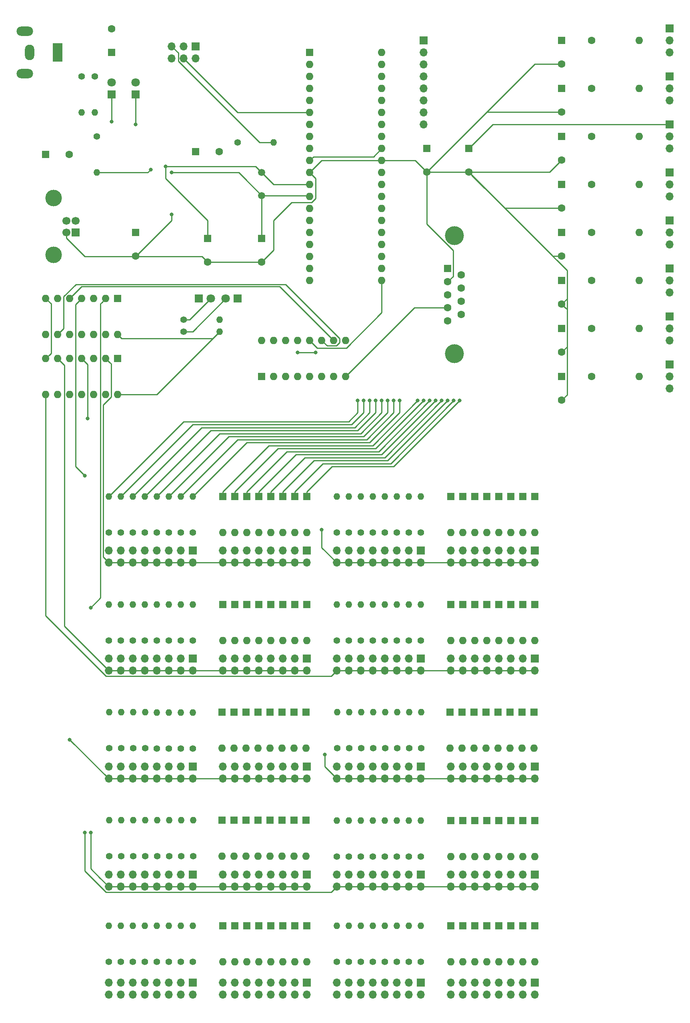
<source format=gbr>
%TF.GenerationSoftware,KiCad,Pcbnew,5.1.5+dfsg1-2build2*%
%TF.CreationDate,2021-10-31T16:16:40-04:00*%
%TF.ProjectId,PCB_LeftPanel,5043425f-4c65-4667-9450-616e656c2e6b,1*%
%TF.SameCoordinates,Original*%
%TF.FileFunction,Copper,L2,Bot*%
%TF.FilePolarity,Positive*%
%FSLAX46Y46*%
G04 Gerber Fmt 4.6, Leading zero omitted, Abs format (unit mm)*
G04 Created by KiCad (PCBNEW 5.1.5+dfsg1-2build2) date 2021-10-31 16:16:40*
%MOMM*%
%LPD*%
G04 APERTURE LIST*
%TA.AperFunction,ComponentPad*%
%ADD10C,4.000000*%
%TD*%
%TA.AperFunction,ComponentPad*%
%ADD11C,1.600000*%
%TD*%
%TA.AperFunction,ComponentPad*%
%ADD12R,1.600000X1.600000*%
%TD*%
%TA.AperFunction,ComponentPad*%
%ADD13O,1.600000X1.600000*%
%TD*%
%TA.AperFunction,ComponentPad*%
%ADD14O,1.700000X1.700000*%
%TD*%
%TA.AperFunction,ComponentPad*%
%ADD15R,1.700000X1.700000*%
%TD*%
%TA.AperFunction,ComponentPad*%
%ADD16C,1.500000*%
%TD*%
%TA.AperFunction,ComponentPad*%
%ADD17O,1.400000X1.400000*%
%TD*%
%TA.AperFunction,ComponentPad*%
%ADD18C,1.400000*%
%TD*%
%TA.AperFunction,ComponentPad*%
%ADD19O,3.500000X2.000000*%
%TD*%
%TA.AperFunction,ComponentPad*%
%ADD20O,2.000000X3.300000*%
%TD*%
%TA.AperFunction,ComponentPad*%
%ADD21R,2.000000X4.000000*%
%TD*%
%TA.AperFunction,ComponentPad*%
%ADD22C,3.500000*%
%TD*%
%TA.AperFunction,ComponentPad*%
%ADD23C,1.700000*%
%TD*%
%TA.AperFunction,ComponentPad*%
%ADD24C,1.800000*%
%TD*%
%TA.AperFunction,ComponentPad*%
%ADD25R,1.800000X1.800000*%
%TD*%
%TA.AperFunction,ViaPad*%
%ADD26C,0.800000*%
%TD*%
%TA.AperFunction,Conductor*%
%ADD27C,0.250000*%
%TD*%
G04 APERTURE END LIST*
D10*
%TO.P,J32,0*%
%TO.N,N/C*%
X124610000Y-67970000D03*
X124610000Y-92970000D03*
D11*
%TO.P,J32,9*%
%TO.N,+5V*%
X126030000Y-84625000D03*
%TO.P,J32,8*%
%TO.N,GND*%
X126030000Y-81855000D03*
%TO.P,J32,7*%
X126030000Y-79085000D03*
%TO.P,J32,6*%
%TO.N,+5V*%
X126030000Y-76315000D03*
%TO.P,J32,5*%
%TO.N,/InputOutputPins/PC0*%
X123190000Y-86010000D03*
%TO.P,J32,4*%
%TO.N,GND*%
X123190000Y-83240000D03*
%TO.P,J32,3*%
X123190000Y-80470000D03*
%TO.P,J32,2*%
X123190000Y-77700000D03*
D12*
%TO.P,J32,1*%
%TO.N,/InputOutputPins/PC1*%
X123190000Y-74930000D03*
%TD*%
D13*
%TO.P,U1,40*%
%TO.N,/Analog Inputs/PA0*%
X109220000Y-29210000D03*
%TO.P,U1,20*%
%TO.N,Net-(U1-Pad20)*%
X93980000Y-77470000D03*
%TO.P,U1,39*%
%TO.N,/Analog Inputs/PA1*%
X109220000Y-31750000D03*
%TO.P,U1,19*%
%TO.N,Net-(U1-Pad19)*%
X93980000Y-74930000D03*
%TO.P,U1,38*%
%TO.N,/Analog Inputs/PA2*%
X109220000Y-34290000D03*
%TO.P,U1,18*%
%TO.N,Net-(U1-Pad18)*%
X93980000Y-72390000D03*
%TO.P,U1,37*%
%TO.N,/Analog Inputs/PA3*%
X109220000Y-36830000D03*
%TO.P,U1,17*%
%TO.N,STATUS*%
X93980000Y-69850000D03*
%TO.P,U1,36*%
%TO.N,/Analog Inputs/PA4*%
X109220000Y-39370000D03*
%TO.P,U1,16*%
%TO.N,Net-(U1-Pad16)*%
X93980000Y-67310000D03*
%TO.P,U1,35*%
%TO.N,/Analog Inputs/PA5*%
X109220000Y-41910000D03*
%TO.P,U1,15*%
%TO.N,TXD*%
X93980000Y-64770000D03*
%TO.P,U1,34*%
%TO.N,/Analog Inputs/PA6*%
X109220000Y-44450000D03*
%TO.P,U1,14*%
%TO.N,RXD*%
X93980000Y-62230000D03*
%TO.P,U1,33*%
%TO.N,/Analog Inputs/PA7*%
X109220000Y-46990000D03*
%TO.P,U1,13*%
%TO.N,Net-(C4-Pad1)*%
X93980000Y-59690000D03*
%TO.P,U1,32*%
%TO.N,+5V*%
X109220000Y-49530000D03*
%TO.P,U1,12*%
%TO.N,Net-(C5-Pad1)*%
X93980000Y-57150000D03*
%TO.P,U1,31*%
%TO.N,GND*%
X109220000Y-52070000D03*
%TO.P,U1,11*%
X93980000Y-54610000D03*
%TO.P,U1,30*%
%TO.N,+5V*%
X109220000Y-54610000D03*
%TO.P,U1,10*%
X93980000Y-52070000D03*
%TO.P,U1,29*%
%TO.N,/InputOutputPins/PC7*%
X109220000Y-57150000D03*
%TO.P,U1,9*%
%TO.N,Net-(J2-Pad5)*%
X93980000Y-49530000D03*
%TO.P,U1,28*%
%TO.N,/InputOutputPins/PC6*%
X109220000Y-59690000D03*
%TO.P,U1,8*%
%TO.N,/InputOutputPins/PB7*%
X93980000Y-46990000D03*
%TO.P,U1,27*%
%TO.N,/InputOutputPins/PC5*%
X109220000Y-62230000D03*
%TO.P,U1,7*%
%TO.N,/InputOutputPins/PB6*%
X93980000Y-44450000D03*
%TO.P,U1,26*%
%TO.N,/InputOutputPins/PC4*%
X109220000Y-64770000D03*
%TO.P,U1,6*%
%TO.N,/InputOutputPins/PB5*%
X93980000Y-41910000D03*
%TO.P,U1,25*%
%TO.N,/InputOutputPins/PC3*%
X109220000Y-67310000D03*
%TO.P,U1,5*%
%TO.N,/InputOutputPins/PB4*%
X93980000Y-39370000D03*
%TO.P,U1,24*%
%TO.N,/InputOutputPins/PC2*%
X109220000Y-69850000D03*
%TO.P,U1,4*%
%TO.N,/InputOutputPins/PB3*%
X93980000Y-36830000D03*
%TO.P,U1,23*%
%TO.N,/InputOutputPins/PC1*%
X109220000Y-72390000D03*
%TO.P,U1,3*%
%TO.N,/InputOutputPins/PB2*%
X93980000Y-34290000D03*
%TO.P,U1,22*%
%TO.N,/InputOutputPins/PC0*%
X109220000Y-74930000D03*
%TO.P,U1,2*%
%TO.N,/InputOutputPins/PB1*%
X93980000Y-31750000D03*
%TO.P,U1,21*%
%TO.N,Net-(U1-Pad21)*%
X109220000Y-77470000D03*
D12*
%TO.P,U1,1*%
%TO.N,/InputOutputPins/PB0*%
X93980000Y-29210000D03*
%TD*%
D13*
%TO.P,U5,14*%
%TO.N,+5V*%
X53340000Y-88900000D03*
%TO.P,U5,7*%
%TO.N,GND*%
X38100000Y-81280000D03*
%TO.P,U5,13*%
%TO.N,N/C*%
X50800000Y-88900000D03*
%TO.P,U5,6*%
%TO.N,Net-(J20-Pad10)*%
X40640000Y-81280000D03*
%TO.P,U5,12*%
%TO.N,N/C*%
X48260000Y-88900000D03*
%TO.P,U5,5*%
%TO.N,Q8*%
X43180000Y-81280000D03*
%TO.P,U5,11*%
%TO.N,N/C*%
X45720000Y-88900000D03*
%TO.P,U5,4*%
%TO.N,Net-(J18-Pad10)*%
X45720000Y-81280000D03*
%TO.P,U5,10*%
%TO.N,N/C*%
X43180000Y-88900000D03*
%TO.P,U5,3*%
%TO.N,Q7*%
X48260000Y-81280000D03*
%TO.P,U5,9*%
%TO.N,Q9*%
X40640000Y-88900000D03*
%TO.P,U5,2*%
%TO.N,Net-(J16-Pad10)*%
X50800000Y-81280000D03*
%TO.P,U5,8*%
%TO.N,Net-(J22-Pad10)*%
X38100000Y-88900000D03*
D12*
%TO.P,U5,1*%
%TO.N,Q6*%
X53340000Y-81280000D03*
%TD*%
D13*
%TO.P,U4,14*%
%TO.N,+5V*%
X53340000Y-101600000D03*
%TO.P,U4,7*%
%TO.N,GND*%
X38100000Y-93980000D03*
%TO.P,U4,13*%
%TO.N,Q5*%
X50800000Y-101600000D03*
%TO.P,U4,6*%
%TO.N,Net-(J8-Pad10)*%
X40640000Y-93980000D03*
%TO.P,U4,12*%
%TO.N,Net-(J14-Pad10)*%
X48260000Y-101600000D03*
%TO.P,U4,5*%
%TO.N,Q2*%
X43180000Y-93980000D03*
%TO.P,U4,11*%
%TO.N,Q4*%
X45720000Y-101600000D03*
%TO.P,U4,4*%
%TO.N,Net-(J6-Pad10)*%
X45720000Y-93980000D03*
%TO.P,U4,10*%
%TO.N,Net-(J12-Pad10)*%
X43180000Y-101600000D03*
%TO.P,U4,3*%
%TO.N,Q1*%
X48260000Y-93980000D03*
%TO.P,U4,9*%
%TO.N,Q3*%
X40640000Y-101600000D03*
%TO.P,U4,2*%
%TO.N,Net-(J4-Pad10)*%
X50800000Y-93980000D03*
%TO.P,U4,8*%
%TO.N,Net-(J10-Pad10)*%
X38100000Y-101600000D03*
D12*
%TO.P,U4,1*%
%TO.N,Q0*%
X53340000Y-93980000D03*
%TD*%
D14*
%TO.P,J36,8*%
%TO.N,/Analog Inputs/PA7*%
X118110000Y-44450000D03*
%TO.P,J36,7*%
%TO.N,/Analog Inputs/PA6*%
X118110000Y-41910000D03*
%TO.P,J36,6*%
%TO.N,/Analog Inputs/PA5*%
X118110000Y-39370000D03*
%TO.P,J36,5*%
%TO.N,/Analog Inputs/PA4*%
X118110000Y-36830000D03*
%TO.P,J36,4*%
%TO.N,/Analog Inputs/PA3*%
X118110000Y-34290000D03*
%TO.P,J36,3*%
%TO.N,/Analog Inputs/PA2*%
X118110000Y-31750000D03*
%TO.P,J36,2*%
%TO.N,/Analog Inputs/PA1*%
X118110000Y-29210000D03*
D15*
%TO.P,J36,1*%
%TO.N,/Analog Inputs/PA0*%
X118110000Y-26670000D03*
%TD*%
D14*
%TO.P,J2,6*%
%TO.N,GND*%
X64770000Y-30480000D03*
%TO.P,J2,5*%
%TO.N,Net-(J2-Pad5)*%
X64770000Y-27940000D03*
%TO.P,J2,4*%
%TO.N,/InputOutputPins/PB5*%
X67310000Y-30480000D03*
%TO.P,J2,3*%
%TO.N,/InputOutputPins/PB7*%
X67310000Y-27940000D03*
%TO.P,J2,2*%
%TO.N,+5V*%
X69850000Y-30480000D03*
D15*
%TO.P,J2,1*%
%TO.N,/InputOutputPins/PB6*%
X69850000Y-27940000D03*
%TD*%
D16*
%TO.P,Y1,2*%
%TO.N,Net-(C4-Pad1)*%
X83820000Y-59490000D03*
%TO.P,Y1,1*%
%TO.N,Net-(C5-Pad1)*%
X83820000Y-54610000D03*
%TD*%
D13*
%TO.P,U2,16*%
%TO.N,+5V*%
X83820000Y-90170000D03*
%TO.P,U2,8*%
%TO.N,GND*%
X101600000Y-97790000D03*
%TO.P,U2,15*%
%TO.N,Net-(U1-Pad18)*%
X86360000Y-90170000D03*
%TO.P,U2,7*%
%TO.N,Q6*%
X99060000Y-97790000D03*
%TO.P,U2,14*%
%TO.N,Net-(U1-Pad19)*%
X88900000Y-90170000D03*
%TO.P,U2,6*%
%TO.N,Q5*%
X96520000Y-97790000D03*
%TO.P,U2,13*%
%TO.N,Net-(U1-Pad20)*%
X91440000Y-90170000D03*
%TO.P,U2,5*%
%TO.N,Q4*%
X93980000Y-97790000D03*
%TO.P,U2,12*%
%TO.N,Net-(U1-Pad21)*%
X93980000Y-90170000D03*
%TO.P,U2,4*%
%TO.N,Q3*%
X91440000Y-97790000D03*
%TO.P,U2,11*%
%TO.N,Q9*%
X96520000Y-90170000D03*
%TO.P,U2,3*%
%TO.N,Q2*%
X88900000Y-97790000D03*
%TO.P,U2,10*%
%TO.N,Q8*%
X99060000Y-90170000D03*
%TO.P,U2,2*%
%TO.N,Q1*%
X86360000Y-97790000D03*
%TO.P,U2,9*%
%TO.N,Q7*%
X101600000Y-90170000D03*
D12*
%TO.P,U2,1*%
%TO.N,Q0*%
X83820000Y-97790000D03*
%TD*%
D17*
%TO.P,R86,2*%
%TO.N,/InputOutputPins/PB7*%
X99695000Y-213995000D03*
D18*
%TO.P,R86,1*%
%TO.N,Net-(J22-Pad15)*%
X99695000Y-221615000D03*
%TD*%
D17*
%TO.P,R85,2*%
%TO.N,/InputOutputPins/PB6*%
X102235000Y-213995000D03*
D18*
%TO.P,R85,1*%
%TO.N,Net-(J22-Pad13)*%
X102235000Y-221615000D03*
%TD*%
D17*
%TO.P,R84,2*%
%TO.N,/InputOutputPins/PB5*%
X104775000Y-213995000D03*
D18*
%TO.P,R84,1*%
%TO.N,Net-(J22-Pad11)*%
X104775000Y-221615000D03*
%TD*%
D17*
%TO.P,R83,2*%
%TO.N,/InputOutputPins/PB4*%
X107315000Y-213995000D03*
D18*
%TO.P,R83,1*%
%TO.N,Net-(J22-Pad9)*%
X107315000Y-221615000D03*
%TD*%
D17*
%TO.P,R82,2*%
%TO.N,/InputOutputPins/PB3*%
X109855000Y-213995000D03*
D18*
%TO.P,R82,1*%
%TO.N,Net-(J22-Pad7)*%
X109855000Y-221615000D03*
%TD*%
D17*
%TO.P,R81,2*%
%TO.N,/InputOutputPins/PB2*%
X112395000Y-213995000D03*
D18*
%TO.P,R81,1*%
%TO.N,Net-(J22-Pad5)*%
X112395000Y-221615000D03*
%TD*%
D17*
%TO.P,R80,2*%
%TO.N,/InputOutputPins/PB1*%
X114935000Y-213995000D03*
D18*
%TO.P,R80,1*%
%TO.N,Net-(J22-Pad3)*%
X114935000Y-221615000D03*
%TD*%
D17*
%TO.P,R79,2*%
%TO.N,/InputOutputPins/PB0*%
X117475000Y-213995000D03*
D18*
%TO.P,R79,1*%
%TO.N,Net-(J22-Pad1)*%
X117475000Y-221615000D03*
%TD*%
D17*
%TO.P,R78,2*%
%TO.N,/InputOutputPins/PB7*%
X51435000Y-213995000D03*
D18*
%TO.P,R78,1*%
%TO.N,Net-(J20-Pad15)*%
X51435000Y-221615000D03*
%TD*%
D17*
%TO.P,R77,2*%
%TO.N,/InputOutputPins/PB6*%
X53975000Y-213995000D03*
D18*
%TO.P,R77,1*%
%TO.N,Net-(J20-Pad13)*%
X53975000Y-221615000D03*
%TD*%
D17*
%TO.P,R76,2*%
%TO.N,/InputOutputPins/PB5*%
X56515000Y-213995000D03*
D18*
%TO.P,R76,1*%
%TO.N,Net-(J20-Pad11)*%
X56515000Y-221615000D03*
%TD*%
D17*
%TO.P,R75,2*%
%TO.N,/InputOutputPins/PB4*%
X59055000Y-213995000D03*
D18*
%TO.P,R75,1*%
%TO.N,Net-(J20-Pad9)*%
X59055000Y-221615000D03*
%TD*%
D17*
%TO.P,R74,2*%
%TO.N,/InputOutputPins/PB3*%
X61595000Y-213995000D03*
D18*
%TO.P,R74,1*%
%TO.N,Net-(J20-Pad7)*%
X61595000Y-221615000D03*
%TD*%
D17*
%TO.P,R73,2*%
%TO.N,/InputOutputPins/PB2*%
X64135000Y-213995000D03*
D18*
%TO.P,R73,1*%
%TO.N,Net-(J20-Pad5)*%
X64135000Y-221615000D03*
%TD*%
D17*
%TO.P,R72,2*%
%TO.N,/InputOutputPins/PB1*%
X66675000Y-213995000D03*
D18*
%TO.P,R72,1*%
%TO.N,Net-(J20-Pad3)*%
X66675000Y-221615000D03*
%TD*%
D17*
%TO.P,R71,2*%
%TO.N,/InputOutputPins/PB0*%
X69215000Y-213995000D03*
D18*
%TO.P,R71,1*%
%TO.N,Net-(J20-Pad1)*%
X69215000Y-221615000D03*
%TD*%
D17*
%TO.P,R70,2*%
%TO.N,/InputOutputPins/PB7*%
X99695000Y-191770000D03*
D18*
%TO.P,R70,1*%
%TO.N,Net-(J18-Pad15)*%
X99695000Y-199390000D03*
%TD*%
D17*
%TO.P,R69,2*%
%TO.N,/InputOutputPins/PB6*%
X102235000Y-191770000D03*
D18*
%TO.P,R69,1*%
%TO.N,Net-(J18-Pad13)*%
X102235000Y-199390000D03*
%TD*%
D17*
%TO.P,R68,2*%
%TO.N,/InputOutputPins/PB5*%
X104775000Y-191770000D03*
D18*
%TO.P,R68,1*%
%TO.N,Net-(J18-Pad11)*%
X104775000Y-199390000D03*
%TD*%
D17*
%TO.P,R67,2*%
%TO.N,/InputOutputPins/PB4*%
X107315000Y-191770000D03*
D18*
%TO.P,R67,1*%
%TO.N,Net-(J18-Pad9)*%
X107315000Y-199390000D03*
%TD*%
D17*
%TO.P,R66,2*%
%TO.N,/InputOutputPins/PB3*%
X109855000Y-191770000D03*
D18*
%TO.P,R66,1*%
%TO.N,Net-(J18-Pad7)*%
X109855000Y-199390000D03*
%TD*%
D17*
%TO.P,R65,2*%
%TO.N,/InputOutputPins/PB2*%
X112395000Y-191770000D03*
D18*
%TO.P,R65,1*%
%TO.N,Net-(J18-Pad5)*%
X112395000Y-199390000D03*
%TD*%
D17*
%TO.P,R64,2*%
%TO.N,/InputOutputPins/PB1*%
X114935000Y-191770000D03*
D18*
%TO.P,R64,1*%
%TO.N,Net-(J18-Pad3)*%
X114935000Y-199390000D03*
%TD*%
D17*
%TO.P,R63,2*%
%TO.N,/InputOutputPins/PB0*%
X117475000Y-191770000D03*
D18*
%TO.P,R63,1*%
%TO.N,Net-(J18-Pad1)*%
X117475000Y-199390000D03*
%TD*%
D17*
%TO.P,R62,2*%
%TO.N,/InputOutputPins/PB7*%
X51562000Y-191643000D03*
D18*
%TO.P,R62,1*%
%TO.N,Net-(J16-Pad15)*%
X51562000Y-199263000D03*
%TD*%
D17*
%TO.P,R61,2*%
%TO.N,/InputOutputPins/PB6*%
X54102000Y-191643000D03*
D18*
%TO.P,R61,1*%
%TO.N,Net-(J16-Pad13)*%
X54102000Y-199263000D03*
%TD*%
D17*
%TO.P,R60,2*%
%TO.N,/InputOutputPins/PB5*%
X56642000Y-191643000D03*
D18*
%TO.P,R60,1*%
%TO.N,Net-(J16-Pad11)*%
X56642000Y-199263000D03*
%TD*%
D17*
%TO.P,R59,2*%
%TO.N,/InputOutputPins/PB4*%
X59182000Y-191643000D03*
D18*
%TO.P,R59,1*%
%TO.N,Net-(J16-Pad9)*%
X59182000Y-199263000D03*
%TD*%
D17*
%TO.P,R58,2*%
%TO.N,/InputOutputPins/PB3*%
X61722000Y-191643000D03*
D18*
%TO.P,R58,1*%
%TO.N,Net-(J16-Pad7)*%
X61722000Y-199263000D03*
%TD*%
D17*
%TO.P,R57,2*%
%TO.N,/InputOutputPins/PB2*%
X64262000Y-191643000D03*
D18*
%TO.P,R57,1*%
%TO.N,Net-(J16-Pad5)*%
X64262000Y-199263000D03*
%TD*%
D17*
%TO.P,R56,2*%
%TO.N,/InputOutputPins/PB1*%
X66802000Y-191643000D03*
D18*
%TO.P,R56,1*%
%TO.N,Net-(J16-Pad3)*%
X66802000Y-199263000D03*
%TD*%
D17*
%TO.P,R55,2*%
%TO.N,/InputOutputPins/PB0*%
X69342000Y-191643000D03*
D18*
%TO.P,R55,1*%
%TO.N,Net-(J16-Pad1)*%
X69342000Y-199263000D03*
%TD*%
D17*
%TO.P,R54,2*%
%TO.N,/InputOutputPins/PB7*%
X99822000Y-168783000D03*
D18*
%TO.P,R54,1*%
%TO.N,Net-(J14-Pad15)*%
X99822000Y-176403000D03*
%TD*%
D17*
%TO.P,R53,2*%
%TO.N,/InputOutputPins/PB6*%
X102362000Y-168783000D03*
D18*
%TO.P,R53,1*%
%TO.N,Net-(J14-Pad13)*%
X102362000Y-176403000D03*
%TD*%
D17*
%TO.P,R52,2*%
%TO.N,/InputOutputPins/PB5*%
X104902000Y-168783000D03*
D18*
%TO.P,R52,1*%
%TO.N,Net-(J14-Pad11)*%
X104902000Y-176403000D03*
%TD*%
D17*
%TO.P,R51,2*%
%TO.N,/InputOutputPins/PB4*%
X107442000Y-168783000D03*
D18*
%TO.P,R51,1*%
%TO.N,Net-(J14-Pad9)*%
X107442000Y-176403000D03*
%TD*%
D17*
%TO.P,R50,2*%
%TO.N,/InputOutputPins/PB3*%
X109982000Y-168783000D03*
D18*
%TO.P,R50,1*%
%TO.N,Net-(J14-Pad7)*%
X109982000Y-176403000D03*
%TD*%
D17*
%TO.P,R49,2*%
%TO.N,/InputOutputPins/PB2*%
X112522000Y-168783000D03*
D18*
%TO.P,R49,1*%
%TO.N,Net-(J14-Pad5)*%
X112522000Y-176403000D03*
%TD*%
D17*
%TO.P,R48,2*%
%TO.N,/InputOutputPins/PB1*%
X115062000Y-168783000D03*
D18*
%TO.P,R48,1*%
%TO.N,Net-(J14-Pad3)*%
X115062000Y-176403000D03*
%TD*%
D17*
%TO.P,R47,2*%
%TO.N,/InputOutputPins/PB0*%
X117602000Y-168783000D03*
D18*
%TO.P,R47,1*%
%TO.N,Net-(J14-Pad1)*%
X117602000Y-176403000D03*
%TD*%
D17*
%TO.P,R46,2*%
%TO.N,/InputOutputPins/PB7*%
X51562000Y-168783000D03*
D18*
%TO.P,R46,1*%
%TO.N,Net-(J12-Pad15)*%
X51562000Y-176403000D03*
%TD*%
D17*
%TO.P,R45,2*%
%TO.N,/InputOutputPins/PB6*%
X54102000Y-168783000D03*
D18*
%TO.P,R45,1*%
%TO.N,Net-(J12-Pad13)*%
X54102000Y-176403000D03*
%TD*%
D17*
%TO.P,R44,2*%
%TO.N,/InputOutputPins/PB5*%
X56642000Y-168783000D03*
D18*
%TO.P,R44,1*%
%TO.N,Net-(J12-Pad11)*%
X56642000Y-176403000D03*
%TD*%
D17*
%TO.P,R43,2*%
%TO.N,/InputOutputPins/PB4*%
X59182000Y-168783000D03*
D18*
%TO.P,R43,1*%
%TO.N,Net-(J12-Pad9)*%
X59182000Y-176403000D03*
%TD*%
D17*
%TO.P,R42,2*%
%TO.N,/InputOutputPins/PB3*%
X61595000Y-168910000D03*
D18*
%TO.P,R42,1*%
%TO.N,Net-(J12-Pad7)*%
X61595000Y-176530000D03*
%TD*%
D17*
%TO.P,R41,2*%
%TO.N,/InputOutputPins/PB2*%
X64135000Y-168910000D03*
D18*
%TO.P,R41,1*%
%TO.N,Net-(J12-Pad5)*%
X64135000Y-176530000D03*
%TD*%
D17*
%TO.P,R40,2*%
%TO.N,/InputOutputPins/PB1*%
X66675000Y-168910000D03*
D18*
%TO.P,R40,1*%
%TO.N,Net-(J12-Pad3)*%
X66675000Y-176530000D03*
%TD*%
D17*
%TO.P,R39,2*%
%TO.N,/InputOutputPins/PB0*%
X69215000Y-168910000D03*
D18*
%TO.P,R39,1*%
%TO.N,Net-(J12-Pad1)*%
X69215000Y-176530000D03*
%TD*%
D17*
%TO.P,R38,2*%
%TO.N,/InputOutputPins/PB7*%
X99695000Y-146050000D03*
D18*
%TO.P,R38,1*%
%TO.N,Net-(J10-Pad15)*%
X99695000Y-153670000D03*
%TD*%
D17*
%TO.P,R37,2*%
%TO.N,/InputOutputPins/PB6*%
X102235000Y-146050000D03*
D18*
%TO.P,R37,1*%
%TO.N,Net-(J10-Pad13)*%
X102235000Y-153670000D03*
%TD*%
D17*
%TO.P,R36,2*%
%TO.N,/InputOutputPins/PB5*%
X104775000Y-146050000D03*
D18*
%TO.P,R36,1*%
%TO.N,Net-(J10-Pad11)*%
X104775000Y-153670000D03*
%TD*%
D17*
%TO.P,R35,2*%
%TO.N,/InputOutputPins/PB4*%
X107315000Y-146050000D03*
D18*
%TO.P,R35,1*%
%TO.N,Net-(J10-Pad9)*%
X107315000Y-153670000D03*
%TD*%
D17*
%TO.P,R34,2*%
%TO.N,/InputOutputPins/PB3*%
X109855000Y-146050000D03*
D18*
%TO.P,R34,1*%
%TO.N,Net-(J10-Pad7)*%
X109855000Y-153670000D03*
%TD*%
D17*
%TO.P,R33,2*%
%TO.N,/InputOutputPins/PB2*%
X112395000Y-146050000D03*
D18*
%TO.P,R33,1*%
%TO.N,Net-(J10-Pad5)*%
X112395000Y-153670000D03*
%TD*%
D17*
%TO.P,R32,2*%
%TO.N,/InputOutputPins/PB1*%
X114935000Y-146050000D03*
D18*
%TO.P,R32,1*%
%TO.N,Net-(J10-Pad3)*%
X114935000Y-153670000D03*
%TD*%
D17*
%TO.P,R31,2*%
%TO.N,/InputOutputPins/PB0*%
X117475000Y-146050000D03*
D18*
%TO.P,R31,1*%
%TO.N,Net-(J10-Pad1)*%
X117475000Y-153670000D03*
%TD*%
D17*
%TO.P,R30,2*%
%TO.N,/InputOutputPins/PB7*%
X51435000Y-146050000D03*
D18*
%TO.P,R30,1*%
%TO.N,Net-(J8-Pad15)*%
X51435000Y-153670000D03*
%TD*%
D17*
%TO.P,R29,2*%
%TO.N,/InputOutputPins/PB6*%
X53975000Y-146050000D03*
D18*
%TO.P,R29,1*%
%TO.N,Net-(J8-Pad13)*%
X53975000Y-153670000D03*
%TD*%
D17*
%TO.P,R28,2*%
%TO.N,/InputOutputPins/PB5*%
X56515000Y-146050000D03*
D18*
%TO.P,R28,1*%
%TO.N,Net-(J8-Pad11)*%
X56515000Y-153670000D03*
%TD*%
D17*
%TO.P,R27,2*%
%TO.N,/InputOutputPins/PB4*%
X59055000Y-146050000D03*
D18*
%TO.P,R27,1*%
%TO.N,Net-(J8-Pad9)*%
X59055000Y-153670000D03*
%TD*%
D17*
%TO.P,R26,2*%
%TO.N,/InputOutputPins/PB3*%
X61595000Y-146050000D03*
D18*
%TO.P,R26,1*%
%TO.N,Net-(J8-Pad7)*%
X61595000Y-153670000D03*
%TD*%
D17*
%TO.P,R25,2*%
%TO.N,/InputOutputPins/PB2*%
X64135000Y-146050000D03*
D18*
%TO.P,R25,1*%
%TO.N,Net-(J8-Pad5)*%
X64135000Y-153670000D03*
%TD*%
D17*
%TO.P,R24,2*%
%TO.N,/InputOutputPins/PB1*%
X66675000Y-146050000D03*
D18*
%TO.P,R24,1*%
%TO.N,Net-(J8-Pad3)*%
X66675000Y-153670000D03*
%TD*%
D17*
%TO.P,R23,2*%
%TO.N,/InputOutputPins/PB0*%
X69215000Y-146050000D03*
D18*
%TO.P,R23,1*%
%TO.N,Net-(J8-Pad1)*%
X69215000Y-153670000D03*
%TD*%
D17*
%TO.P,R22,2*%
%TO.N,/InputOutputPins/PB7*%
X99695000Y-123190000D03*
D18*
%TO.P,R22,1*%
%TO.N,Net-(J6-Pad15)*%
X99695000Y-130810000D03*
%TD*%
D17*
%TO.P,R21,2*%
%TO.N,/InputOutputPins/PB6*%
X102235000Y-123190000D03*
D18*
%TO.P,R21,1*%
%TO.N,Net-(J6-Pad13)*%
X102235000Y-130810000D03*
%TD*%
D17*
%TO.P,R20,2*%
%TO.N,/InputOutputPins/PB5*%
X104775000Y-123190000D03*
D18*
%TO.P,R20,1*%
%TO.N,Net-(J6-Pad11)*%
X104775000Y-130810000D03*
%TD*%
D17*
%TO.P,R19,2*%
%TO.N,/InputOutputPins/PB4*%
X107315000Y-123190000D03*
D18*
%TO.P,R19,1*%
%TO.N,Net-(J6-Pad9)*%
X107315000Y-130810000D03*
%TD*%
D17*
%TO.P,R18,2*%
%TO.N,/InputOutputPins/PB3*%
X109855000Y-123190000D03*
D18*
%TO.P,R18,1*%
%TO.N,Net-(J6-Pad7)*%
X109855000Y-130810000D03*
%TD*%
D17*
%TO.P,R17,2*%
%TO.N,/InputOutputPins/PB2*%
X112395000Y-123190000D03*
D18*
%TO.P,R17,1*%
%TO.N,Net-(J6-Pad5)*%
X112395000Y-130810000D03*
%TD*%
D17*
%TO.P,R16,2*%
%TO.N,/InputOutputPins/PB1*%
X114935000Y-123190000D03*
D18*
%TO.P,R16,1*%
%TO.N,Net-(J6-Pad3)*%
X114935000Y-130810000D03*
%TD*%
D17*
%TO.P,R15,2*%
%TO.N,/InputOutputPins/PB0*%
X117475000Y-123190000D03*
D18*
%TO.P,R15,1*%
%TO.N,Net-(J6-Pad1)*%
X117475000Y-130810000D03*
%TD*%
D17*
%TO.P,R14,2*%
%TO.N,/InputOutputPins/PB7*%
X51435000Y-123190000D03*
D18*
%TO.P,R14,1*%
%TO.N,Net-(J4-Pad15)*%
X51435000Y-130810000D03*
%TD*%
D17*
%TO.P,R13,2*%
%TO.N,/InputOutputPins/PB6*%
X53975000Y-123190000D03*
D18*
%TO.P,R13,1*%
%TO.N,Net-(J4-Pad13)*%
X53975000Y-130810000D03*
%TD*%
D17*
%TO.P,R12,2*%
%TO.N,/InputOutputPins/PB5*%
X56515000Y-123190000D03*
D18*
%TO.P,R12,1*%
%TO.N,Net-(J4-Pad11)*%
X56515000Y-130810000D03*
%TD*%
D17*
%TO.P,R11,2*%
%TO.N,/InputOutputPins/PB4*%
X59055000Y-123190000D03*
D18*
%TO.P,R11,1*%
%TO.N,Net-(J4-Pad9)*%
X59055000Y-130810000D03*
%TD*%
D17*
%TO.P,R10,2*%
%TO.N,/InputOutputPins/PB3*%
X61595000Y-123190000D03*
D18*
%TO.P,R10,1*%
%TO.N,Net-(J4-Pad7)*%
X61595000Y-130810000D03*
%TD*%
D17*
%TO.P,R9,2*%
%TO.N,/InputOutputPins/PB2*%
X64135000Y-123190000D03*
D18*
%TO.P,R9,1*%
%TO.N,Net-(J4-Pad5)*%
X64135000Y-130810000D03*
%TD*%
D17*
%TO.P,R8,2*%
%TO.N,/InputOutputPins/PB1*%
X66675000Y-123190000D03*
D18*
%TO.P,R8,1*%
%TO.N,Net-(J4-Pad3)*%
X66675000Y-130810000D03*
%TD*%
D17*
%TO.P,R7,2*%
%TO.N,/InputOutputPins/PB0*%
X69215000Y-123190000D03*
D18*
%TO.P,R7,1*%
%TO.N,Net-(J4-Pad1)*%
X69215000Y-130810000D03*
%TD*%
D17*
%TO.P,R6,2*%
%TO.N,STATUS*%
X74930000Y-85725000D03*
D18*
%TO.P,R6,1*%
%TO.N,Net-(D6-Pad2)*%
X67310000Y-85725000D03*
%TD*%
D17*
%TO.P,R5,2*%
%TO.N,Net-(J2-Pad5)*%
X86360000Y-48260000D03*
D18*
%TO.P,R5,1*%
%TO.N,+5V*%
X78740000Y-48260000D03*
%TD*%
D17*
%TO.P,R4,2*%
%TO.N,+5V*%
X74930000Y-88265000D03*
D18*
%TO.P,R4,1*%
%TO.N,Net-(D5-Pad2)*%
X67310000Y-88265000D03*
%TD*%
D17*
%TO.P,R3,2*%
%TO.N,Net-(C7-Pad1)*%
X48895000Y-54610000D03*
D18*
%TO.P,R3,1*%
%TO.N,VBUS*%
X48895000Y-46990000D03*
%TD*%
D17*
%TO.P,R2,2*%
%TO.N,VBUS*%
X45720000Y-41910000D03*
D18*
%TO.P,R2,1*%
%TO.N,Net-(D2-Pad2)*%
X45720000Y-34290000D03*
%TD*%
D17*
%TO.P,R1,2*%
%TO.N,VBUS*%
X48470000Y-41910000D03*
D18*
%TO.P,R1,1*%
%TO.N,Net-(D1-Pad2)*%
X48470000Y-34290000D03*
%TD*%
D13*
%TO.P,L8,2*%
%TO.N,Net-(J31-Pad2)*%
X163670000Y-97790000D03*
D11*
%TO.P,L8,1*%
%TO.N,/Analog Inputs/PA7*%
X153670000Y-97790000D03*
%TD*%
D13*
%TO.P,L7,2*%
%TO.N,Net-(J30-Pad2)*%
X163670000Y-87630000D03*
D11*
%TO.P,L7,1*%
%TO.N,/Analog Inputs/PA6*%
X153670000Y-87630000D03*
%TD*%
D13*
%TO.P,L6,2*%
%TO.N,Net-(J29-Pad2)*%
X163670000Y-77470000D03*
D11*
%TO.P,L6,1*%
%TO.N,/Analog Inputs/PA5*%
X153670000Y-77470000D03*
%TD*%
D13*
%TO.P,L5,2*%
%TO.N,Net-(J28-Pad2)*%
X163670000Y-67310000D03*
D11*
%TO.P,L5,1*%
%TO.N,/Analog Inputs/PA4*%
X153670000Y-67310000D03*
%TD*%
D13*
%TO.P,L4,2*%
%TO.N,Net-(J27-Pad2)*%
X163670000Y-57150000D03*
D11*
%TO.P,L4,1*%
%TO.N,/Analog Inputs/PA3*%
X153670000Y-57150000D03*
%TD*%
D13*
%TO.P,L3,2*%
%TO.N,Net-(J26-Pad2)*%
X163670000Y-46990000D03*
D11*
%TO.P,L3,1*%
%TO.N,/Analog Inputs/PA2*%
X153670000Y-46990000D03*
%TD*%
D13*
%TO.P,L2,2*%
%TO.N,Net-(J25-Pad2)*%
X163670000Y-36830000D03*
D11*
%TO.P,L2,1*%
%TO.N,/Analog Inputs/PA1*%
X153670000Y-36830000D03*
%TD*%
D13*
%TO.P,L1,2*%
%TO.N,Net-(J24-Pad2)*%
X163670000Y-26670000D03*
D11*
%TO.P,L1,1*%
%TO.N,/Analog Inputs/PA0*%
X153670000Y-26670000D03*
%TD*%
D14*
%TO.P,J31,3*%
%TO.N,GND*%
X170180000Y-100330000D03*
%TO.P,J31,2*%
%TO.N,Net-(J31-Pad2)*%
X170180000Y-97790000D03*
D15*
%TO.P,J31,1*%
%TO.N,+5V*%
X170180000Y-95250000D03*
%TD*%
D14*
%TO.P,J30,3*%
%TO.N,GND*%
X170180000Y-90170000D03*
%TO.P,J30,2*%
%TO.N,Net-(J30-Pad2)*%
X170180000Y-87630000D03*
D15*
%TO.P,J30,1*%
%TO.N,+5V*%
X170180000Y-85090000D03*
%TD*%
D14*
%TO.P,J29,3*%
%TO.N,GND*%
X170180000Y-80010000D03*
%TO.P,J29,2*%
%TO.N,Net-(J29-Pad2)*%
X170180000Y-77470000D03*
D15*
%TO.P,J29,1*%
%TO.N,+5V*%
X170180000Y-74930000D03*
%TD*%
D14*
%TO.P,J28,3*%
%TO.N,GND*%
X170180000Y-69850000D03*
%TO.P,J28,2*%
%TO.N,Net-(J28-Pad2)*%
X170180000Y-67310000D03*
D15*
%TO.P,J28,1*%
%TO.N,+5V*%
X170180000Y-64770000D03*
%TD*%
D14*
%TO.P,J27,3*%
%TO.N,GND*%
X170180000Y-59690000D03*
%TO.P,J27,2*%
%TO.N,Net-(J27-Pad2)*%
X170180000Y-57150000D03*
D15*
%TO.P,J27,1*%
%TO.N,+5V*%
X170180000Y-54610000D03*
%TD*%
D14*
%TO.P,J26,3*%
%TO.N,GND*%
X170180000Y-49530000D03*
%TO.P,J26,2*%
%TO.N,Net-(J26-Pad2)*%
X170180000Y-46990000D03*
D15*
%TO.P,J26,1*%
%TO.N,+5V*%
X170180000Y-44450000D03*
%TD*%
D14*
%TO.P,J25,3*%
%TO.N,GND*%
X170180000Y-39370000D03*
%TO.P,J25,2*%
%TO.N,Net-(J25-Pad2)*%
X170180000Y-36830000D03*
D15*
%TO.P,J25,1*%
%TO.N,+5V*%
X170180000Y-34290000D03*
%TD*%
D14*
%TO.P,J24,3*%
%TO.N,GND*%
X170180000Y-29210000D03*
%TO.P,J24,2*%
%TO.N,Net-(J24-Pad2)*%
X170180000Y-26670000D03*
D15*
%TO.P,J24,1*%
%TO.N,+5V*%
X170180000Y-24130000D03*
%TD*%
D14*
%TO.P,J23,16*%
%TO.N,Net-(J22-Pad10)*%
X123825000Y-228600000D03*
%TO.P,J23,15*%
%TO.N,Net-(D86-Pad2)*%
X123825000Y-226060000D03*
%TO.P,J23,14*%
%TO.N,Net-(J22-Pad10)*%
X126365000Y-228600000D03*
%TO.P,J23,13*%
%TO.N,Net-(D85-Pad2)*%
X126365000Y-226060000D03*
%TO.P,J23,12*%
%TO.N,Net-(J22-Pad10)*%
X128905000Y-228600000D03*
%TO.P,J23,11*%
%TO.N,Net-(D84-Pad2)*%
X128905000Y-226060000D03*
%TO.P,J23,10*%
%TO.N,Net-(J22-Pad10)*%
X131445000Y-228600000D03*
%TO.P,J23,9*%
%TO.N,Net-(D83-Pad2)*%
X131445000Y-226060000D03*
%TO.P,J23,8*%
%TO.N,Net-(J22-Pad10)*%
X133985000Y-228600000D03*
%TO.P,J23,7*%
%TO.N,Net-(D82-Pad2)*%
X133985000Y-226060000D03*
%TO.P,J23,6*%
%TO.N,Net-(J22-Pad10)*%
X136525000Y-228600000D03*
%TO.P,J23,5*%
%TO.N,Net-(D81-Pad2)*%
X136525000Y-226060000D03*
%TO.P,J23,4*%
%TO.N,Net-(J22-Pad10)*%
X139065000Y-228600000D03*
%TO.P,J23,3*%
%TO.N,Net-(D80-Pad2)*%
X139065000Y-226060000D03*
%TO.P,J23,2*%
%TO.N,Net-(J22-Pad10)*%
X141605000Y-228600000D03*
D15*
%TO.P,J23,1*%
%TO.N,Net-(D79-Pad2)*%
X141605000Y-226060000D03*
%TD*%
D14*
%TO.P,J22,16*%
%TO.N,Net-(J22-Pad10)*%
X99695000Y-228600000D03*
%TO.P,J22,15*%
%TO.N,Net-(J22-Pad15)*%
X99695000Y-226060000D03*
%TO.P,J22,14*%
%TO.N,Net-(J22-Pad10)*%
X102235000Y-228600000D03*
%TO.P,J22,13*%
%TO.N,Net-(J22-Pad13)*%
X102235000Y-226060000D03*
%TO.P,J22,12*%
%TO.N,Net-(J22-Pad10)*%
X104775000Y-228600000D03*
%TO.P,J22,11*%
%TO.N,Net-(J22-Pad11)*%
X104775000Y-226060000D03*
%TO.P,J22,10*%
%TO.N,Net-(J22-Pad10)*%
X107315000Y-228600000D03*
%TO.P,J22,9*%
%TO.N,Net-(J22-Pad9)*%
X107315000Y-226060000D03*
%TO.P,J22,8*%
%TO.N,Net-(J22-Pad10)*%
X109855000Y-228600000D03*
%TO.P,J22,7*%
%TO.N,Net-(J22-Pad7)*%
X109855000Y-226060000D03*
%TO.P,J22,6*%
%TO.N,Net-(J22-Pad10)*%
X112395000Y-228600000D03*
%TO.P,J22,5*%
%TO.N,Net-(J22-Pad5)*%
X112395000Y-226060000D03*
%TO.P,J22,4*%
%TO.N,Net-(J22-Pad10)*%
X114935000Y-228600000D03*
%TO.P,J22,3*%
%TO.N,Net-(J22-Pad3)*%
X114935000Y-226060000D03*
%TO.P,J22,2*%
%TO.N,Net-(J22-Pad10)*%
X117475000Y-228600000D03*
D15*
%TO.P,J22,1*%
%TO.N,Net-(J22-Pad1)*%
X117475000Y-226060000D03*
%TD*%
D14*
%TO.P,J21,16*%
%TO.N,Net-(J20-Pad10)*%
X75565000Y-228600000D03*
%TO.P,J21,15*%
%TO.N,Net-(D78-Pad2)*%
X75565000Y-226060000D03*
%TO.P,J21,14*%
%TO.N,Net-(J20-Pad10)*%
X78105000Y-228600000D03*
%TO.P,J21,13*%
%TO.N,Net-(D77-Pad2)*%
X78105000Y-226060000D03*
%TO.P,J21,12*%
%TO.N,Net-(J20-Pad10)*%
X80645000Y-228600000D03*
%TO.P,J21,11*%
%TO.N,Net-(D76-Pad2)*%
X80645000Y-226060000D03*
%TO.P,J21,10*%
%TO.N,Net-(J20-Pad10)*%
X83185000Y-228600000D03*
%TO.P,J21,9*%
%TO.N,Net-(D75-Pad2)*%
X83185000Y-226060000D03*
%TO.P,J21,8*%
%TO.N,Net-(J20-Pad10)*%
X85725000Y-228600000D03*
%TO.P,J21,7*%
%TO.N,Net-(D74-Pad2)*%
X85725000Y-226060000D03*
%TO.P,J21,6*%
%TO.N,Net-(J20-Pad10)*%
X88265000Y-228600000D03*
%TO.P,J21,5*%
%TO.N,Net-(D73-Pad2)*%
X88265000Y-226060000D03*
%TO.P,J21,4*%
%TO.N,Net-(J20-Pad10)*%
X90805000Y-228600000D03*
%TO.P,J21,3*%
%TO.N,Net-(D72-Pad2)*%
X90805000Y-226060000D03*
%TO.P,J21,2*%
%TO.N,Net-(J20-Pad10)*%
X93345000Y-228600000D03*
D15*
%TO.P,J21,1*%
%TO.N,Net-(D71-Pad2)*%
X93345000Y-226060000D03*
%TD*%
D14*
%TO.P,J20,16*%
%TO.N,Net-(J20-Pad10)*%
X51435000Y-228600000D03*
%TO.P,J20,15*%
%TO.N,Net-(J20-Pad15)*%
X51435000Y-226060000D03*
%TO.P,J20,14*%
%TO.N,Net-(J20-Pad10)*%
X53975000Y-228600000D03*
%TO.P,J20,13*%
%TO.N,Net-(J20-Pad13)*%
X53975000Y-226060000D03*
%TO.P,J20,12*%
%TO.N,Net-(J20-Pad10)*%
X56515000Y-228600000D03*
%TO.P,J20,11*%
%TO.N,Net-(J20-Pad11)*%
X56515000Y-226060000D03*
%TO.P,J20,10*%
%TO.N,Net-(J20-Pad10)*%
X59055000Y-228600000D03*
%TO.P,J20,9*%
%TO.N,Net-(J20-Pad9)*%
X59055000Y-226060000D03*
%TO.P,J20,8*%
%TO.N,Net-(J20-Pad10)*%
X61595000Y-228600000D03*
%TO.P,J20,7*%
%TO.N,Net-(J20-Pad7)*%
X61595000Y-226060000D03*
%TO.P,J20,6*%
%TO.N,Net-(J20-Pad10)*%
X64135000Y-228600000D03*
%TO.P,J20,5*%
%TO.N,Net-(J20-Pad5)*%
X64135000Y-226060000D03*
%TO.P,J20,4*%
%TO.N,Net-(J20-Pad10)*%
X66675000Y-228600000D03*
%TO.P,J20,3*%
%TO.N,Net-(J20-Pad3)*%
X66675000Y-226060000D03*
%TO.P,J20,2*%
%TO.N,Net-(J20-Pad10)*%
X69215000Y-228600000D03*
D15*
%TO.P,J20,1*%
%TO.N,Net-(J20-Pad1)*%
X69215000Y-226060000D03*
%TD*%
D14*
%TO.P,J19,16*%
%TO.N,Net-(J18-Pad10)*%
X123825000Y-205740000D03*
%TO.P,J19,15*%
%TO.N,Net-(D70-Pad2)*%
X123825000Y-203200000D03*
%TO.P,J19,14*%
%TO.N,Net-(J18-Pad10)*%
X126365000Y-205740000D03*
%TO.P,J19,13*%
%TO.N,Net-(D69-Pad2)*%
X126365000Y-203200000D03*
%TO.P,J19,12*%
%TO.N,Net-(J18-Pad10)*%
X128905000Y-205740000D03*
%TO.P,J19,11*%
%TO.N,Net-(D68-Pad2)*%
X128905000Y-203200000D03*
%TO.P,J19,10*%
%TO.N,Net-(J18-Pad10)*%
X131445000Y-205740000D03*
%TO.P,J19,9*%
%TO.N,Net-(D67-Pad2)*%
X131445000Y-203200000D03*
%TO.P,J19,8*%
%TO.N,Net-(J18-Pad10)*%
X133985000Y-205740000D03*
%TO.P,J19,7*%
%TO.N,Net-(D66-Pad2)*%
X133985000Y-203200000D03*
%TO.P,J19,6*%
%TO.N,Net-(J18-Pad10)*%
X136525000Y-205740000D03*
%TO.P,J19,5*%
%TO.N,Net-(D65-Pad2)*%
X136525000Y-203200000D03*
%TO.P,J19,4*%
%TO.N,Net-(J18-Pad10)*%
X139065000Y-205740000D03*
%TO.P,J19,3*%
%TO.N,Net-(D64-Pad2)*%
X139065000Y-203200000D03*
%TO.P,J19,2*%
%TO.N,Net-(J18-Pad10)*%
X141605000Y-205740000D03*
D15*
%TO.P,J19,1*%
%TO.N,Net-(D63-Pad2)*%
X141605000Y-203200000D03*
%TD*%
D14*
%TO.P,J18,16*%
%TO.N,Net-(J18-Pad10)*%
X99695000Y-205740000D03*
%TO.P,J18,15*%
%TO.N,Net-(J18-Pad15)*%
X99695000Y-203200000D03*
%TO.P,J18,14*%
%TO.N,Net-(J18-Pad10)*%
X102235000Y-205740000D03*
%TO.P,J18,13*%
%TO.N,Net-(J18-Pad13)*%
X102235000Y-203200000D03*
%TO.P,J18,12*%
%TO.N,Net-(J18-Pad10)*%
X104775000Y-205740000D03*
%TO.P,J18,11*%
%TO.N,Net-(J18-Pad11)*%
X104775000Y-203200000D03*
%TO.P,J18,10*%
%TO.N,Net-(J18-Pad10)*%
X107315000Y-205740000D03*
%TO.P,J18,9*%
%TO.N,Net-(J18-Pad9)*%
X107315000Y-203200000D03*
%TO.P,J18,8*%
%TO.N,Net-(J18-Pad10)*%
X109855000Y-205740000D03*
%TO.P,J18,7*%
%TO.N,Net-(J18-Pad7)*%
X109855000Y-203200000D03*
%TO.P,J18,6*%
%TO.N,Net-(J18-Pad10)*%
X112395000Y-205740000D03*
%TO.P,J18,5*%
%TO.N,Net-(J18-Pad5)*%
X112395000Y-203200000D03*
%TO.P,J18,4*%
%TO.N,Net-(J18-Pad10)*%
X114935000Y-205740000D03*
%TO.P,J18,3*%
%TO.N,Net-(J18-Pad3)*%
X114935000Y-203200000D03*
%TO.P,J18,2*%
%TO.N,Net-(J18-Pad10)*%
X117475000Y-205740000D03*
D15*
%TO.P,J18,1*%
%TO.N,Net-(J18-Pad1)*%
X117475000Y-203200000D03*
%TD*%
D14*
%TO.P,J17,16*%
%TO.N,Net-(J16-Pad10)*%
X75565000Y-205740000D03*
%TO.P,J17,15*%
%TO.N,Net-(D62-Pad2)*%
X75565000Y-203200000D03*
%TO.P,J17,14*%
%TO.N,Net-(J16-Pad10)*%
X78105000Y-205740000D03*
%TO.P,J17,13*%
%TO.N,Net-(D61-Pad2)*%
X78105000Y-203200000D03*
%TO.P,J17,12*%
%TO.N,Net-(J16-Pad10)*%
X80645000Y-205740000D03*
%TO.P,J17,11*%
%TO.N,Net-(D60-Pad2)*%
X80645000Y-203200000D03*
%TO.P,J17,10*%
%TO.N,Net-(J16-Pad10)*%
X83185000Y-205740000D03*
%TO.P,J17,9*%
%TO.N,Net-(D59-Pad2)*%
X83185000Y-203200000D03*
%TO.P,J17,8*%
%TO.N,Net-(J16-Pad10)*%
X85725000Y-205740000D03*
%TO.P,J17,7*%
%TO.N,Net-(D58-Pad2)*%
X85725000Y-203200000D03*
%TO.P,J17,6*%
%TO.N,Net-(J16-Pad10)*%
X88265000Y-205740000D03*
%TO.P,J17,5*%
%TO.N,Net-(D57-Pad2)*%
X88265000Y-203200000D03*
%TO.P,J17,4*%
%TO.N,Net-(J16-Pad10)*%
X90805000Y-205740000D03*
%TO.P,J17,3*%
%TO.N,Net-(D56-Pad2)*%
X90805000Y-203200000D03*
%TO.P,J17,2*%
%TO.N,Net-(J16-Pad10)*%
X93345000Y-205740000D03*
D15*
%TO.P,J17,1*%
%TO.N,Net-(D55-Pad2)*%
X93345000Y-203200000D03*
%TD*%
D14*
%TO.P,J16,16*%
%TO.N,Net-(J16-Pad10)*%
X51435000Y-205740000D03*
%TO.P,J16,15*%
%TO.N,Net-(J16-Pad15)*%
X51435000Y-203200000D03*
%TO.P,J16,14*%
%TO.N,Net-(J16-Pad10)*%
X53975000Y-205740000D03*
%TO.P,J16,13*%
%TO.N,Net-(J16-Pad13)*%
X53975000Y-203200000D03*
%TO.P,J16,12*%
%TO.N,Net-(J16-Pad10)*%
X56515000Y-205740000D03*
%TO.P,J16,11*%
%TO.N,Net-(J16-Pad11)*%
X56515000Y-203200000D03*
%TO.P,J16,10*%
%TO.N,Net-(J16-Pad10)*%
X59055000Y-205740000D03*
%TO.P,J16,9*%
%TO.N,Net-(J16-Pad9)*%
X59055000Y-203200000D03*
%TO.P,J16,8*%
%TO.N,Net-(J16-Pad10)*%
X61595000Y-205740000D03*
%TO.P,J16,7*%
%TO.N,Net-(J16-Pad7)*%
X61595000Y-203200000D03*
%TO.P,J16,6*%
%TO.N,Net-(J16-Pad10)*%
X64135000Y-205740000D03*
%TO.P,J16,5*%
%TO.N,Net-(J16-Pad5)*%
X64135000Y-203200000D03*
%TO.P,J16,4*%
%TO.N,Net-(J16-Pad10)*%
X66675000Y-205740000D03*
%TO.P,J16,3*%
%TO.N,Net-(J16-Pad3)*%
X66675000Y-203200000D03*
%TO.P,J16,2*%
%TO.N,Net-(J16-Pad10)*%
X69215000Y-205740000D03*
D15*
%TO.P,J16,1*%
%TO.N,Net-(J16-Pad1)*%
X69215000Y-203200000D03*
%TD*%
D14*
%TO.P,J15,16*%
%TO.N,Net-(J14-Pad10)*%
X123825000Y-182880000D03*
%TO.P,J15,15*%
%TO.N,Net-(D54-Pad2)*%
X123825000Y-180340000D03*
%TO.P,J15,14*%
%TO.N,Net-(J14-Pad10)*%
X126365000Y-182880000D03*
%TO.P,J15,13*%
%TO.N,Net-(D53-Pad2)*%
X126365000Y-180340000D03*
%TO.P,J15,12*%
%TO.N,Net-(J14-Pad10)*%
X128905000Y-182880000D03*
%TO.P,J15,11*%
%TO.N,Net-(D52-Pad2)*%
X128905000Y-180340000D03*
%TO.P,J15,10*%
%TO.N,Net-(J14-Pad10)*%
X131445000Y-182880000D03*
%TO.P,J15,9*%
%TO.N,Net-(D51-Pad2)*%
X131445000Y-180340000D03*
%TO.P,J15,8*%
%TO.N,Net-(J14-Pad10)*%
X133985000Y-182880000D03*
%TO.P,J15,7*%
%TO.N,Net-(D50-Pad2)*%
X133985000Y-180340000D03*
%TO.P,J15,6*%
%TO.N,Net-(J14-Pad10)*%
X136525000Y-182880000D03*
%TO.P,J15,5*%
%TO.N,Net-(D49-Pad2)*%
X136525000Y-180340000D03*
%TO.P,J15,4*%
%TO.N,Net-(J14-Pad10)*%
X139065000Y-182880000D03*
%TO.P,J15,3*%
%TO.N,Net-(D48-Pad2)*%
X139065000Y-180340000D03*
%TO.P,J15,2*%
%TO.N,Net-(J14-Pad10)*%
X141605000Y-182880000D03*
D15*
%TO.P,J15,1*%
%TO.N,Net-(D47-Pad2)*%
X141605000Y-180340000D03*
%TD*%
D14*
%TO.P,J14,16*%
%TO.N,Net-(J14-Pad10)*%
X99695000Y-182880000D03*
%TO.P,J14,15*%
%TO.N,Net-(J14-Pad15)*%
X99695000Y-180340000D03*
%TO.P,J14,14*%
%TO.N,Net-(J14-Pad10)*%
X102235000Y-182880000D03*
%TO.P,J14,13*%
%TO.N,Net-(J14-Pad13)*%
X102235000Y-180340000D03*
%TO.P,J14,12*%
%TO.N,Net-(J14-Pad10)*%
X104775000Y-182880000D03*
%TO.P,J14,11*%
%TO.N,Net-(J14-Pad11)*%
X104775000Y-180340000D03*
%TO.P,J14,10*%
%TO.N,Net-(J14-Pad10)*%
X107315000Y-182880000D03*
%TO.P,J14,9*%
%TO.N,Net-(J14-Pad9)*%
X107315000Y-180340000D03*
%TO.P,J14,8*%
%TO.N,Net-(J14-Pad10)*%
X109855000Y-182880000D03*
%TO.P,J14,7*%
%TO.N,Net-(J14-Pad7)*%
X109855000Y-180340000D03*
%TO.P,J14,6*%
%TO.N,Net-(J14-Pad10)*%
X112395000Y-182880000D03*
%TO.P,J14,5*%
%TO.N,Net-(J14-Pad5)*%
X112395000Y-180340000D03*
%TO.P,J14,4*%
%TO.N,Net-(J14-Pad10)*%
X114935000Y-182880000D03*
%TO.P,J14,3*%
%TO.N,Net-(J14-Pad3)*%
X114935000Y-180340000D03*
%TO.P,J14,2*%
%TO.N,Net-(J14-Pad10)*%
X117475000Y-182880000D03*
D15*
%TO.P,J14,1*%
%TO.N,Net-(J14-Pad1)*%
X117475000Y-180340000D03*
%TD*%
D14*
%TO.P,J13,16*%
%TO.N,Net-(J12-Pad10)*%
X75565000Y-182880000D03*
%TO.P,J13,15*%
%TO.N,Net-(D46-Pad2)*%
X75565000Y-180340000D03*
%TO.P,J13,14*%
%TO.N,Net-(J12-Pad10)*%
X78105000Y-182880000D03*
%TO.P,J13,13*%
%TO.N,Net-(D45-Pad2)*%
X78105000Y-180340000D03*
%TO.P,J13,12*%
%TO.N,Net-(J12-Pad10)*%
X80645000Y-182880000D03*
%TO.P,J13,11*%
%TO.N,Net-(D44-Pad2)*%
X80645000Y-180340000D03*
%TO.P,J13,10*%
%TO.N,Net-(J12-Pad10)*%
X83185000Y-182880000D03*
%TO.P,J13,9*%
%TO.N,Net-(D43-Pad2)*%
X83185000Y-180340000D03*
%TO.P,J13,8*%
%TO.N,Net-(J12-Pad10)*%
X85725000Y-182880000D03*
%TO.P,J13,7*%
%TO.N,Net-(D42-Pad2)*%
X85725000Y-180340000D03*
%TO.P,J13,6*%
%TO.N,Net-(J12-Pad10)*%
X88265000Y-182880000D03*
%TO.P,J13,5*%
%TO.N,Net-(D41-Pad2)*%
X88265000Y-180340000D03*
%TO.P,J13,4*%
%TO.N,Net-(J12-Pad10)*%
X90805000Y-182880000D03*
%TO.P,J13,3*%
%TO.N,Net-(D40-Pad2)*%
X90805000Y-180340000D03*
%TO.P,J13,2*%
%TO.N,Net-(J12-Pad10)*%
X93345000Y-182880000D03*
D15*
%TO.P,J13,1*%
%TO.N,Net-(D39-Pad2)*%
X93345000Y-180340000D03*
%TD*%
D14*
%TO.P,J12,16*%
%TO.N,Net-(J12-Pad10)*%
X51435000Y-182880000D03*
%TO.P,J12,15*%
%TO.N,Net-(J12-Pad15)*%
X51435000Y-180340000D03*
%TO.P,J12,14*%
%TO.N,Net-(J12-Pad10)*%
X53975000Y-182880000D03*
%TO.P,J12,13*%
%TO.N,Net-(J12-Pad13)*%
X53975000Y-180340000D03*
%TO.P,J12,12*%
%TO.N,Net-(J12-Pad10)*%
X56515000Y-182880000D03*
%TO.P,J12,11*%
%TO.N,Net-(J12-Pad11)*%
X56515000Y-180340000D03*
%TO.P,J12,10*%
%TO.N,Net-(J12-Pad10)*%
X59055000Y-182880000D03*
%TO.P,J12,9*%
%TO.N,Net-(J12-Pad9)*%
X59055000Y-180340000D03*
%TO.P,J12,8*%
%TO.N,Net-(J12-Pad10)*%
X61595000Y-182880000D03*
%TO.P,J12,7*%
%TO.N,Net-(J12-Pad7)*%
X61595000Y-180340000D03*
%TO.P,J12,6*%
%TO.N,Net-(J12-Pad10)*%
X64135000Y-182880000D03*
%TO.P,J12,5*%
%TO.N,Net-(J12-Pad5)*%
X64135000Y-180340000D03*
%TO.P,J12,4*%
%TO.N,Net-(J12-Pad10)*%
X66675000Y-182880000D03*
%TO.P,J12,3*%
%TO.N,Net-(J12-Pad3)*%
X66675000Y-180340000D03*
%TO.P,J12,2*%
%TO.N,Net-(J12-Pad10)*%
X69215000Y-182880000D03*
D15*
%TO.P,J12,1*%
%TO.N,Net-(J12-Pad1)*%
X69215000Y-180340000D03*
%TD*%
D14*
%TO.P,J11,16*%
%TO.N,Net-(J10-Pad10)*%
X123825000Y-160020000D03*
%TO.P,J11,15*%
%TO.N,Net-(D38-Pad2)*%
X123825000Y-157480000D03*
%TO.P,J11,14*%
%TO.N,Net-(J10-Pad10)*%
X126365000Y-160020000D03*
%TO.P,J11,13*%
%TO.N,Net-(D37-Pad2)*%
X126365000Y-157480000D03*
%TO.P,J11,12*%
%TO.N,Net-(J10-Pad10)*%
X128905000Y-160020000D03*
%TO.P,J11,11*%
%TO.N,Net-(D36-Pad2)*%
X128905000Y-157480000D03*
%TO.P,J11,10*%
%TO.N,Net-(J10-Pad10)*%
X131445000Y-160020000D03*
%TO.P,J11,9*%
%TO.N,Net-(D35-Pad2)*%
X131445000Y-157480000D03*
%TO.P,J11,8*%
%TO.N,Net-(J10-Pad10)*%
X133985000Y-160020000D03*
%TO.P,J11,7*%
%TO.N,Net-(D34-Pad2)*%
X133985000Y-157480000D03*
%TO.P,J11,6*%
%TO.N,Net-(J10-Pad10)*%
X136525000Y-160020000D03*
%TO.P,J11,5*%
%TO.N,Net-(D33-Pad2)*%
X136525000Y-157480000D03*
%TO.P,J11,4*%
%TO.N,Net-(J10-Pad10)*%
X139065000Y-160020000D03*
%TO.P,J11,3*%
%TO.N,Net-(D32-Pad2)*%
X139065000Y-157480000D03*
%TO.P,J11,2*%
%TO.N,Net-(J10-Pad10)*%
X141605000Y-160020000D03*
D15*
%TO.P,J11,1*%
%TO.N,Net-(D31-Pad2)*%
X141605000Y-157480000D03*
%TD*%
D14*
%TO.P,J10,16*%
%TO.N,Net-(J10-Pad10)*%
X99695000Y-160020000D03*
%TO.P,J10,15*%
%TO.N,Net-(J10-Pad15)*%
X99695000Y-157480000D03*
%TO.P,J10,14*%
%TO.N,Net-(J10-Pad10)*%
X102235000Y-160020000D03*
%TO.P,J10,13*%
%TO.N,Net-(J10-Pad13)*%
X102235000Y-157480000D03*
%TO.P,J10,12*%
%TO.N,Net-(J10-Pad10)*%
X104775000Y-160020000D03*
%TO.P,J10,11*%
%TO.N,Net-(J10-Pad11)*%
X104775000Y-157480000D03*
%TO.P,J10,10*%
%TO.N,Net-(J10-Pad10)*%
X107315000Y-160020000D03*
%TO.P,J10,9*%
%TO.N,Net-(J10-Pad9)*%
X107315000Y-157480000D03*
%TO.P,J10,8*%
%TO.N,Net-(J10-Pad10)*%
X109855000Y-160020000D03*
%TO.P,J10,7*%
%TO.N,Net-(J10-Pad7)*%
X109855000Y-157480000D03*
%TO.P,J10,6*%
%TO.N,Net-(J10-Pad10)*%
X112395000Y-160020000D03*
%TO.P,J10,5*%
%TO.N,Net-(J10-Pad5)*%
X112395000Y-157480000D03*
%TO.P,J10,4*%
%TO.N,Net-(J10-Pad10)*%
X114935000Y-160020000D03*
%TO.P,J10,3*%
%TO.N,Net-(J10-Pad3)*%
X114935000Y-157480000D03*
%TO.P,J10,2*%
%TO.N,Net-(J10-Pad10)*%
X117475000Y-160020000D03*
D15*
%TO.P,J10,1*%
%TO.N,Net-(J10-Pad1)*%
X117475000Y-157480000D03*
%TD*%
D14*
%TO.P,J9,16*%
%TO.N,Net-(J8-Pad10)*%
X75565000Y-160020000D03*
%TO.P,J9,15*%
%TO.N,Net-(D30-Pad2)*%
X75565000Y-157480000D03*
%TO.P,J9,14*%
%TO.N,Net-(J8-Pad10)*%
X78105000Y-160020000D03*
%TO.P,J9,13*%
%TO.N,Net-(D29-Pad2)*%
X78105000Y-157480000D03*
%TO.P,J9,12*%
%TO.N,Net-(J8-Pad10)*%
X80645000Y-160020000D03*
%TO.P,J9,11*%
%TO.N,Net-(D28-Pad2)*%
X80645000Y-157480000D03*
%TO.P,J9,10*%
%TO.N,Net-(J8-Pad10)*%
X83185000Y-160020000D03*
%TO.P,J9,9*%
%TO.N,Net-(D27-Pad2)*%
X83185000Y-157480000D03*
%TO.P,J9,8*%
%TO.N,Net-(J8-Pad10)*%
X85725000Y-160020000D03*
%TO.P,J9,7*%
%TO.N,Net-(D26-Pad2)*%
X85725000Y-157480000D03*
%TO.P,J9,6*%
%TO.N,Net-(J8-Pad10)*%
X88265000Y-160020000D03*
%TO.P,J9,5*%
%TO.N,Net-(D25-Pad2)*%
X88265000Y-157480000D03*
%TO.P,J9,4*%
%TO.N,Net-(J8-Pad10)*%
X90805000Y-160020000D03*
%TO.P,J9,3*%
%TO.N,Net-(D24-Pad2)*%
X90805000Y-157480000D03*
%TO.P,J9,2*%
%TO.N,Net-(J8-Pad10)*%
X93345000Y-160020000D03*
D15*
%TO.P,J9,1*%
%TO.N,Net-(D23-Pad2)*%
X93345000Y-157480000D03*
%TD*%
D14*
%TO.P,J8,16*%
%TO.N,Net-(J8-Pad10)*%
X51435000Y-160020000D03*
%TO.P,J8,15*%
%TO.N,Net-(J8-Pad15)*%
X51435000Y-157480000D03*
%TO.P,J8,14*%
%TO.N,Net-(J8-Pad10)*%
X53975000Y-160020000D03*
%TO.P,J8,13*%
%TO.N,Net-(J8-Pad13)*%
X53975000Y-157480000D03*
%TO.P,J8,12*%
%TO.N,Net-(J8-Pad10)*%
X56515000Y-160020000D03*
%TO.P,J8,11*%
%TO.N,Net-(J8-Pad11)*%
X56515000Y-157480000D03*
%TO.P,J8,10*%
%TO.N,Net-(J8-Pad10)*%
X59055000Y-160020000D03*
%TO.P,J8,9*%
%TO.N,Net-(J8-Pad9)*%
X59055000Y-157480000D03*
%TO.P,J8,8*%
%TO.N,Net-(J8-Pad10)*%
X61595000Y-160020000D03*
%TO.P,J8,7*%
%TO.N,Net-(J8-Pad7)*%
X61595000Y-157480000D03*
%TO.P,J8,6*%
%TO.N,Net-(J8-Pad10)*%
X64135000Y-160020000D03*
%TO.P,J8,5*%
%TO.N,Net-(J8-Pad5)*%
X64135000Y-157480000D03*
%TO.P,J8,4*%
%TO.N,Net-(J8-Pad10)*%
X66675000Y-160020000D03*
%TO.P,J8,3*%
%TO.N,Net-(J8-Pad3)*%
X66675000Y-157480000D03*
%TO.P,J8,2*%
%TO.N,Net-(J8-Pad10)*%
X69215000Y-160020000D03*
D15*
%TO.P,J8,1*%
%TO.N,Net-(J8-Pad1)*%
X69215000Y-157480000D03*
%TD*%
D14*
%TO.P,J7,16*%
%TO.N,Net-(J6-Pad10)*%
X123825000Y-137160000D03*
%TO.P,J7,15*%
%TO.N,Net-(D22-Pad2)*%
X123825000Y-134620000D03*
%TO.P,J7,14*%
%TO.N,Net-(J6-Pad10)*%
X126365000Y-137160000D03*
%TO.P,J7,13*%
%TO.N,Net-(D21-Pad2)*%
X126365000Y-134620000D03*
%TO.P,J7,12*%
%TO.N,Net-(J6-Pad10)*%
X128905000Y-137160000D03*
%TO.P,J7,11*%
%TO.N,Net-(D20-Pad2)*%
X128905000Y-134620000D03*
%TO.P,J7,10*%
%TO.N,Net-(J6-Pad10)*%
X131445000Y-137160000D03*
%TO.P,J7,9*%
%TO.N,Net-(D19-Pad2)*%
X131445000Y-134620000D03*
%TO.P,J7,8*%
%TO.N,Net-(J6-Pad10)*%
X133985000Y-137160000D03*
%TO.P,J7,7*%
%TO.N,Net-(D18-Pad2)*%
X133985000Y-134620000D03*
%TO.P,J7,6*%
%TO.N,Net-(J6-Pad10)*%
X136525000Y-137160000D03*
%TO.P,J7,5*%
%TO.N,Net-(D17-Pad2)*%
X136525000Y-134620000D03*
%TO.P,J7,4*%
%TO.N,Net-(J6-Pad10)*%
X139065000Y-137160000D03*
%TO.P,J7,3*%
%TO.N,Net-(D16-Pad2)*%
X139065000Y-134620000D03*
%TO.P,J7,2*%
%TO.N,Net-(J6-Pad10)*%
X141605000Y-137160000D03*
D15*
%TO.P,J7,1*%
%TO.N,Net-(D15-Pad2)*%
X141605000Y-134620000D03*
%TD*%
D14*
%TO.P,J6,16*%
%TO.N,Net-(J6-Pad10)*%
X99695000Y-137160000D03*
%TO.P,J6,15*%
%TO.N,Net-(J6-Pad15)*%
X99695000Y-134620000D03*
%TO.P,J6,14*%
%TO.N,Net-(J6-Pad10)*%
X102235000Y-137160000D03*
%TO.P,J6,13*%
%TO.N,Net-(J6-Pad13)*%
X102235000Y-134620000D03*
%TO.P,J6,12*%
%TO.N,Net-(J6-Pad10)*%
X104775000Y-137160000D03*
%TO.P,J6,11*%
%TO.N,Net-(J6-Pad11)*%
X104775000Y-134620000D03*
%TO.P,J6,10*%
%TO.N,Net-(J6-Pad10)*%
X107315000Y-137160000D03*
%TO.P,J6,9*%
%TO.N,Net-(J6-Pad9)*%
X107315000Y-134620000D03*
%TO.P,J6,8*%
%TO.N,Net-(J6-Pad10)*%
X109855000Y-137160000D03*
%TO.P,J6,7*%
%TO.N,Net-(J6-Pad7)*%
X109855000Y-134620000D03*
%TO.P,J6,6*%
%TO.N,Net-(J6-Pad10)*%
X112395000Y-137160000D03*
%TO.P,J6,5*%
%TO.N,Net-(J6-Pad5)*%
X112395000Y-134620000D03*
%TO.P,J6,4*%
%TO.N,Net-(J6-Pad10)*%
X114935000Y-137160000D03*
%TO.P,J6,3*%
%TO.N,Net-(J6-Pad3)*%
X114935000Y-134620000D03*
%TO.P,J6,2*%
%TO.N,Net-(J6-Pad10)*%
X117475000Y-137160000D03*
D15*
%TO.P,J6,1*%
%TO.N,Net-(J6-Pad1)*%
X117475000Y-134620000D03*
%TD*%
D14*
%TO.P,J5,16*%
%TO.N,Net-(J4-Pad10)*%
X75565000Y-137160000D03*
%TO.P,J5,15*%
%TO.N,Net-(D14-Pad2)*%
X75565000Y-134620000D03*
%TO.P,J5,14*%
%TO.N,Net-(J4-Pad10)*%
X78105000Y-137160000D03*
%TO.P,J5,13*%
%TO.N,Net-(D13-Pad2)*%
X78105000Y-134620000D03*
%TO.P,J5,12*%
%TO.N,Net-(J4-Pad10)*%
X80645000Y-137160000D03*
%TO.P,J5,11*%
%TO.N,Net-(D12-Pad2)*%
X80645000Y-134620000D03*
%TO.P,J5,10*%
%TO.N,Net-(J4-Pad10)*%
X83185000Y-137160000D03*
%TO.P,J5,9*%
%TO.N,Net-(D11-Pad2)*%
X83185000Y-134620000D03*
%TO.P,J5,8*%
%TO.N,Net-(J4-Pad10)*%
X85725000Y-137160000D03*
%TO.P,J5,7*%
%TO.N,Net-(D10-Pad2)*%
X85725000Y-134620000D03*
%TO.P,J5,6*%
%TO.N,Net-(J4-Pad10)*%
X88265000Y-137160000D03*
%TO.P,J5,5*%
%TO.N,Net-(D9-Pad2)*%
X88265000Y-134620000D03*
%TO.P,J5,4*%
%TO.N,Net-(J4-Pad10)*%
X90805000Y-137160000D03*
%TO.P,J5,3*%
%TO.N,Net-(D8-Pad2)*%
X90805000Y-134620000D03*
%TO.P,J5,2*%
%TO.N,Net-(J4-Pad10)*%
X93345000Y-137160000D03*
D15*
%TO.P,J5,1*%
%TO.N,Net-(D7-Pad2)*%
X93345000Y-134620000D03*
%TD*%
D14*
%TO.P,J4,16*%
%TO.N,Net-(J4-Pad10)*%
X51435000Y-137160000D03*
%TO.P,J4,15*%
%TO.N,Net-(J4-Pad15)*%
X51435000Y-134620000D03*
%TO.P,J4,14*%
%TO.N,Net-(J4-Pad10)*%
X53975000Y-137160000D03*
%TO.P,J4,13*%
%TO.N,Net-(J4-Pad13)*%
X53975000Y-134620000D03*
%TO.P,J4,12*%
%TO.N,Net-(J4-Pad10)*%
X56515000Y-137160000D03*
%TO.P,J4,11*%
%TO.N,Net-(J4-Pad11)*%
X56515000Y-134620000D03*
%TO.P,J4,10*%
%TO.N,Net-(J4-Pad10)*%
X59055000Y-137160000D03*
%TO.P,J4,9*%
%TO.N,Net-(J4-Pad9)*%
X59055000Y-134620000D03*
%TO.P,J4,8*%
%TO.N,Net-(J4-Pad10)*%
X61595000Y-137160000D03*
%TO.P,J4,7*%
%TO.N,Net-(J4-Pad7)*%
X61595000Y-134620000D03*
%TO.P,J4,6*%
%TO.N,Net-(J4-Pad10)*%
X64135000Y-137160000D03*
%TO.P,J4,5*%
%TO.N,Net-(J4-Pad5)*%
X64135000Y-134620000D03*
%TO.P,J4,4*%
%TO.N,Net-(J4-Pad10)*%
X66675000Y-137160000D03*
%TO.P,J4,3*%
%TO.N,Net-(J4-Pad3)*%
X66675000Y-134620000D03*
%TO.P,J4,2*%
%TO.N,Net-(J4-Pad10)*%
X69215000Y-137160000D03*
D15*
%TO.P,J4,1*%
%TO.N,Net-(J4-Pad1)*%
X69215000Y-134620000D03*
%TD*%
D19*
%TO.P,J3,MP*%
%TO.N,N/C*%
X33640000Y-33710000D03*
X33640000Y-24710000D03*
D20*
%TO.P,J3,2*%
%TO.N,GND*%
X34640000Y-29210000D03*
D21*
%TO.P,J3,1*%
%TO.N,+5V*%
X40640000Y-29210000D03*
%TD*%
D22*
%TO.P,J1,5*%
%TO.N,GND*%
X39740000Y-60040000D03*
X39740000Y-72080000D03*
D23*
%TO.P,J1,4*%
X42450000Y-67310000D03*
%TO.P,J1,3*%
%TO.N,Net-(J1-Pad3)*%
X42450000Y-64810000D03*
%TO.P,J1,2*%
%TO.N,Net-(J1-Pad2)*%
X44450000Y-64810000D03*
D15*
%TO.P,J1,1*%
%TO.N,VBUS*%
X44450000Y-67310000D03*
%TD*%
D13*
%TO.P,D86,2*%
%TO.N,Net-(D86-Pad2)*%
X123825000Y-221615000D03*
D12*
%TO.P,D86,1*%
%TO.N,/InputOutputPins/PC7*%
X123825000Y-213995000D03*
%TD*%
D13*
%TO.P,D85,2*%
%TO.N,Net-(D85-Pad2)*%
X126365000Y-221615000D03*
D12*
%TO.P,D85,1*%
%TO.N,/InputOutputPins/PC6*%
X126365000Y-213995000D03*
%TD*%
D13*
%TO.P,D84,2*%
%TO.N,Net-(D84-Pad2)*%
X128905000Y-221615000D03*
D12*
%TO.P,D84,1*%
%TO.N,/InputOutputPins/PC5*%
X128905000Y-213995000D03*
%TD*%
D13*
%TO.P,D83,2*%
%TO.N,Net-(D83-Pad2)*%
X131445000Y-221615000D03*
D12*
%TO.P,D83,1*%
%TO.N,/InputOutputPins/PC4*%
X131445000Y-213995000D03*
%TD*%
D13*
%TO.P,D82,2*%
%TO.N,Net-(D82-Pad2)*%
X133985000Y-221615000D03*
D12*
%TO.P,D82,1*%
%TO.N,/InputOutputPins/PC3*%
X133985000Y-213995000D03*
%TD*%
D13*
%TO.P,D81,2*%
%TO.N,Net-(D81-Pad2)*%
X136525000Y-221615000D03*
D12*
%TO.P,D81,1*%
%TO.N,/InputOutputPins/PC2*%
X136525000Y-213995000D03*
%TD*%
D13*
%TO.P,D80,2*%
%TO.N,Net-(D80-Pad2)*%
X139065000Y-221615000D03*
D12*
%TO.P,D80,1*%
%TO.N,/InputOutputPins/PC1*%
X139065000Y-213995000D03*
%TD*%
D13*
%TO.P,D79,2*%
%TO.N,Net-(D79-Pad2)*%
X141605000Y-221615000D03*
D12*
%TO.P,D79,1*%
%TO.N,/InputOutputPins/PC0*%
X141605000Y-213995000D03*
%TD*%
D13*
%TO.P,D78,2*%
%TO.N,Net-(D78-Pad2)*%
X75565000Y-221615000D03*
D12*
%TO.P,D78,1*%
%TO.N,/InputOutputPins/PC7*%
X75565000Y-213995000D03*
%TD*%
D13*
%TO.P,D77,2*%
%TO.N,Net-(D77-Pad2)*%
X78105000Y-221615000D03*
D12*
%TO.P,D77,1*%
%TO.N,/InputOutputPins/PC6*%
X78105000Y-213995000D03*
%TD*%
D13*
%TO.P,D76,2*%
%TO.N,Net-(D76-Pad2)*%
X80645000Y-221615000D03*
D12*
%TO.P,D76,1*%
%TO.N,/InputOutputPins/PC5*%
X80645000Y-213995000D03*
%TD*%
D13*
%TO.P,D75,2*%
%TO.N,Net-(D75-Pad2)*%
X83185000Y-221615000D03*
D12*
%TO.P,D75,1*%
%TO.N,/InputOutputPins/PC4*%
X83185000Y-213995000D03*
%TD*%
D13*
%TO.P,D74,2*%
%TO.N,Net-(D74-Pad2)*%
X85725000Y-221615000D03*
D12*
%TO.P,D74,1*%
%TO.N,/InputOutputPins/PC3*%
X85725000Y-213995000D03*
%TD*%
D13*
%TO.P,D73,2*%
%TO.N,Net-(D73-Pad2)*%
X88265000Y-221615000D03*
D12*
%TO.P,D73,1*%
%TO.N,/InputOutputPins/PC2*%
X88265000Y-213995000D03*
%TD*%
D13*
%TO.P,D72,2*%
%TO.N,Net-(D72-Pad2)*%
X90805000Y-221615000D03*
D12*
%TO.P,D72,1*%
%TO.N,/InputOutputPins/PC1*%
X90805000Y-213995000D03*
%TD*%
D13*
%TO.P,D71,2*%
%TO.N,Net-(D71-Pad2)*%
X93345000Y-221615000D03*
D12*
%TO.P,D71,1*%
%TO.N,/InputOutputPins/PC0*%
X93345000Y-213995000D03*
%TD*%
D13*
%TO.P,D70,2*%
%TO.N,Net-(D70-Pad2)*%
X123825000Y-199390000D03*
D12*
%TO.P,D70,1*%
%TO.N,/InputOutputPins/PC7*%
X123825000Y-191770000D03*
%TD*%
D13*
%TO.P,D69,2*%
%TO.N,Net-(D69-Pad2)*%
X126365000Y-199390000D03*
D12*
%TO.P,D69,1*%
%TO.N,/InputOutputPins/PC6*%
X126365000Y-191770000D03*
%TD*%
D13*
%TO.P,D68,2*%
%TO.N,Net-(D68-Pad2)*%
X128905000Y-199390000D03*
D12*
%TO.P,D68,1*%
%TO.N,/InputOutputPins/PC5*%
X128905000Y-191770000D03*
%TD*%
D13*
%TO.P,D67,2*%
%TO.N,Net-(D67-Pad2)*%
X131445000Y-199390000D03*
D12*
%TO.P,D67,1*%
%TO.N,/InputOutputPins/PC4*%
X131445000Y-191770000D03*
%TD*%
D13*
%TO.P,D66,2*%
%TO.N,Net-(D66-Pad2)*%
X133985000Y-199390000D03*
D12*
%TO.P,D66,1*%
%TO.N,/InputOutputPins/PC3*%
X133985000Y-191770000D03*
%TD*%
D13*
%TO.P,D65,2*%
%TO.N,Net-(D65-Pad2)*%
X136525000Y-199390000D03*
D12*
%TO.P,D65,1*%
%TO.N,/InputOutputPins/PC2*%
X136525000Y-191770000D03*
%TD*%
D13*
%TO.P,D64,2*%
%TO.N,Net-(D64-Pad2)*%
X139065000Y-199390000D03*
D12*
%TO.P,D64,1*%
%TO.N,/InputOutputPins/PC1*%
X139065000Y-191770000D03*
%TD*%
D13*
%TO.P,D63,2*%
%TO.N,Net-(D63-Pad2)*%
X141605000Y-199390000D03*
D12*
%TO.P,D63,1*%
%TO.N,/InputOutputPins/PC0*%
X141605000Y-191770000D03*
%TD*%
D13*
%TO.P,D62,2*%
%TO.N,Net-(D62-Pad2)*%
X75438000Y-199263000D03*
D12*
%TO.P,D62,1*%
%TO.N,/InputOutputPins/PC7*%
X75438000Y-191643000D03*
%TD*%
D13*
%TO.P,D61,2*%
%TO.N,Net-(D61-Pad2)*%
X77978000Y-199263000D03*
D12*
%TO.P,D61,1*%
%TO.N,/InputOutputPins/PC6*%
X77978000Y-191643000D03*
%TD*%
D13*
%TO.P,D60,2*%
%TO.N,Net-(D60-Pad2)*%
X80518000Y-199263000D03*
D12*
%TO.P,D60,1*%
%TO.N,/InputOutputPins/PC5*%
X80518000Y-191643000D03*
%TD*%
D13*
%TO.P,D59,2*%
%TO.N,Net-(D59-Pad2)*%
X83058000Y-199263000D03*
D12*
%TO.P,D59,1*%
%TO.N,/InputOutputPins/PC4*%
X83058000Y-191643000D03*
%TD*%
D13*
%TO.P,D58,2*%
%TO.N,Net-(D58-Pad2)*%
X85598000Y-199263000D03*
D12*
%TO.P,D58,1*%
%TO.N,/InputOutputPins/PC3*%
X85598000Y-191643000D03*
%TD*%
D13*
%TO.P,D57,2*%
%TO.N,Net-(D57-Pad2)*%
X88138000Y-199263000D03*
D12*
%TO.P,D57,1*%
%TO.N,/InputOutputPins/PC2*%
X88138000Y-191643000D03*
%TD*%
D13*
%TO.P,D56,2*%
%TO.N,Net-(D56-Pad2)*%
X90678000Y-199263000D03*
D12*
%TO.P,D56,1*%
%TO.N,/InputOutputPins/PC1*%
X90678000Y-191643000D03*
%TD*%
D13*
%TO.P,D55,2*%
%TO.N,Net-(D55-Pad2)*%
X93218000Y-199263000D03*
D12*
%TO.P,D55,1*%
%TO.N,/InputOutputPins/PC0*%
X93218000Y-191643000D03*
%TD*%
D13*
%TO.P,D54,2*%
%TO.N,Net-(D54-Pad2)*%
X123698000Y-176403000D03*
D12*
%TO.P,D54,1*%
%TO.N,/InputOutputPins/PC7*%
X123698000Y-168783000D03*
%TD*%
D13*
%TO.P,D53,2*%
%TO.N,Net-(D53-Pad2)*%
X126238000Y-176403000D03*
D12*
%TO.P,D53,1*%
%TO.N,/InputOutputPins/PC6*%
X126238000Y-168783000D03*
%TD*%
D13*
%TO.P,D52,2*%
%TO.N,Net-(D52-Pad2)*%
X128778000Y-176403000D03*
D12*
%TO.P,D52,1*%
%TO.N,/InputOutputPins/PC5*%
X128778000Y-168783000D03*
%TD*%
D13*
%TO.P,D51,2*%
%TO.N,Net-(D51-Pad2)*%
X131318000Y-176403000D03*
D12*
%TO.P,D51,1*%
%TO.N,/InputOutputPins/PC4*%
X131318000Y-168783000D03*
%TD*%
D13*
%TO.P,D50,2*%
%TO.N,Net-(D50-Pad2)*%
X133858000Y-176403000D03*
D12*
%TO.P,D50,1*%
%TO.N,/InputOutputPins/PC3*%
X133858000Y-168783000D03*
%TD*%
D13*
%TO.P,D49,2*%
%TO.N,Net-(D49-Pad2)*%
X136398000Y-176403000D03*
D12*
%TO.P,D49,1*%
%TO.N,/InputOutputPins/PC2*%
X136398000Y-168783000D03*
%TD*%
D13*
%TO.P,D48,2*%
%TO.N,Net-(D48-Pad2)*%
X138938000Y-176403000D03*
D12*
%TO.P,D48,1*%
%TO.N,/InputOutputPins/PC1*%
X138938000Y-168783000D03*
%TD*%
D13*
%TO.P,D47,2*%
%TO.N,Net-(D47-Pad2)*%
X141478000Y-176403000D03*
D12*
%TO.P,D47,1*%
%TO.N,/InputOutputPins/PC0*%
X141478000Y-168783000D03*
%TD*%
D13*
%TO.P,D46,2*%
%TO.N,Net-(D46-Pad2)*%
X75438000Y-176403000D03*
D12*
%TO.P,D46,1*%
%TO.N,/InputOutputPins/PC7*%
X75438000Y-168783000D03*
%TD*%
D13*
%TO.P,D45,2*%
%TO.N,Net-(D45-Pad2)*%
X77978000Y-176403000D03*
D12*
%TO.P,D45,1*%
%TO.N,/InputOutputPins/PC6*%
X77978000Y-168783000D03*
%TD*%
D13*
%TO.P,D44,2*%
%TO.N,Net-(D44-Pad2)*%
X80518000Y-176403000D03*
D12*
%TO.P,D44,1*%
%TO.N,/InputOutputPins/PC5*%
X80518000Y-168783000D03*
%TD*%
D13*
%TO.P,D43,2*%
%TO.N,Net-(D43-Pad2)*%
X83058000Y-176403000D03*
D12*
%TO.P,D43,1*%
%TO.N,/InputOutputPins/PC4*%
X83058000Y-168783000D03*
%TD*%
D13*
%TO.P,D42,2*%
%TO.N,Net-(D42-Pad2)*%
X85598000Y-176403000D03*
D12*
%TO.P,D42,1*%
%TO.N,/InputOutputPins/PC3*%
X85598000Y-168783000D03*
%TD*%
D13*
%TO.P,D41,2*%
%TO.N,Net-(D41-Pad2)*%
X88138000Y-176403000D03*
D12*
%TO.P,D41,1*%
%TO.N,/InputOutputPins/PC2*%
X88138000Y-168783000D03*
%TD*%
D13*
%TO.P,D40,2*%
%TO.N,Net-(D40-Pad2)*%
X90678000Y-176403000D03*
D12*
%TO.P,D40,1*%
%TO.N,/InputOutputPins/PC1*%
X90678000Y-168783000D03*
%TD*%
D13*
%TO.P,D39,2*%
%TO.N,Net-(D39-Pad2)*%
X93218000Y-176403000D03*
D12*
%TO.P,D39,1*%
%TO.N,/InputOutputPins/PC0*%
X93218000Y-168783000D03*
%TD*%
D13*
%TO.P,D38,2*%
%TO.N,Net-(D38-Pad2)*%
X123825000Y-153670000D03*
D12*
%TO.P,D38,1*%
%TO.N,/InputOutputPins/PC7*%
X123825000Y-146050000D03*
%TD*%
D13*
%TO.P,D37,2*%
%TO.N,Net-(D37-Pad2)*%
X126365000Y-153670000D03*
D12*
%TO.P,D37,1*%
%TO.N,/InputOutputPins/PC6*%
X126365000Y-146050000D03*
%TD*%
D13*
%TO.P,D36,2*%
%TO.N,Net-(D36-Pad2)*%
X128905000Y-153670000D03*
D12*
%TO.P,D36,1*%
%TO.N,/InputOutputPins/PC5*%
X128905000Y-146050000D03*
%TD*%
D13*
%TO.P,D35,2*%
%TO.N,Net-(D35-Pad2)*%
X131445000Y-153670000D03*
D12*
%TO.P,D35,1*%
%TO.N,/InputOutputPins/PC4*%
X131445000Y-146050000D03*
%TD*%
D13*
%TO.P,D34,2*%
%TO.N,Net-(D34-Pad2)*%
X133985000Y-153670000D03*
D12*
%TO.P,D34,1*%
%TO.N,/InputOutputPins/PC3*%
X133985000Y-146050000D03*
%TD*%
D13*
%TO.P,D33,2*%
%TO.N,Net-(D33-Pad2)*%
X136525000Y-153670000D03*
D12*
%TO.P,D33,1*%
%TO.N,/InputOutputPins/PC2*%
X136525000Y-146050000D03*
%TD*%
D13*
%TO.P,D32,2*%
%TO.N,Net-(D32-Pad2)*%
X139065000Y-153670000D03*
D12*
%TO.P,D32,1*%
%TO.N,/InputOutputPins/PC1*%
X139065000Y-146050000D03*
%TD*%
D13*
%TO.P,D31,2*%
%TO.N,Net-(D31-Pad2)*%
X141605000Y-153670000D03*
D12*
%TO.P,D31,1*%
%TO.N,/InputOutputPins/PC0*%
X141605000Y-146050000D03*
%TD*%
D13*
%TO.P,D30,2*%
%TO.N,Net-(D30-Pad2)*%
X75565000Y-153670000D03*
D12*
%TO.P,D30,1*%
%TO.N,/InputOutputPins/PC7*%
X75565000Y-146050000D03*
%TD*%
D13*
%TO.P,D29,2*%
%TO.N,Net-(D29-Pad2)*%
X78105000Y-153670000D03*
D12*
%TO.P,D29,1*%
%TO.N,/InputOutputPins/PC6*%
X78105000Y-146050000D03*
%TD*%
D13*
%TO.P,D28,2*%
%TO.N,Net-(D28-Pad2)*%
X80645000Y-153670000D03*
D12*
%TO.P,D28,1*%
%TO.N,/InputOutputPins/PC5*%
X80645000Y-146050000D03*
%TD*%
D13*
%TO.P,D27,2*%
%TO.N,Net-(D27-Pad2)*%
X83185000Y-153670000D03*
D12*
%TO.P,D27,1*%
%TO.N,/InputOutputPins/PC4*%
X83185000Y-146050000D03*
%TD*%
D13*
%TO.P,D26,2*%
%TO.N,Net-(D26-Pad2)*%
X85725000Y-153670000D03*
D12*
%TO.P,D26,1*%
%TO.N,/InputOutputPins/PC3*%
X85725000Y-146050000D03*
%TD*%
D13*
%TO.P,D25,2*%
%TO.N,Net-(D25-Pad2)*%
X88265000Y-153670000D03*
D12*
%TO.P,D25,1*%
%TO.N,/InputOutputPins/PC2*%
X88265000Y-146050000D03*
%TD*%
D13*
%TO.P,D24,2*%
%TO.N,Net-(D24-Pad2)*%
X90805000Y-153670000D03*
D12*
%TO.P,D24,1*%
%TO.N,/InputOutputPins/PC1*%
X90805000Y-146050000D03*
%TD*%
D13*
%TO.P,D23,2*%
%TO.N,Net-(D23-Pad2)*%
X93345000Y-153670000D03*
D12*
%TO.P,D23,1*%
%TO.N,/InputOutputPins/PC0*%
X93345000Y-146050000D03*
%TD*%
D13*
%TO.P,D22,2*%
%TO.N,Net-(D22-Pad2)*%
X123825000Y-130810000D03*
D12*
%TO.P,D22,1*%
%TO.N,/InputOutputPins/PC7*%
X123825000Y-123190000D03*
%TD*%
D13*
%TO.P,D21,2*%
%TO.N,Net-(D21-Pad2)*%
X126365000Y-130810000D03*
D12*
%TO.P,D21,1*%
%TO.N,/InputOutputPins/PC6*%
X126365000Y-123190000D03*
%TD*%
D13*
%TO.P,D20,2*%
%TO.N,Net-(D20-Pad2)*%
X128905000Y-130810000D03*
D12*
%TO.P,D20,1*%
%TO.N,/InputOutputPins/PC5*%
X128905000Y-123190000D03*
%TD*%
D13*
%TO.P,D19,2*%
%TO.N,Net-(D19-Pad2)*%
X131445000Y-130810000D03*
D12*
%TO.P,D19,1*%
%TO.N,/InputOutputPins/PC4*%
X131445000Y-123190000D03*
%TD*%
D13*
%TO.P,D18,2*%
%TO.N,Net-(D18-Pad2)*%
X133985000Y-130810000D03*
D12*
%TO.P,D18,1*%
%TO.N,/InputOutputPins/PC3*%
X133985000Y-123190000D03*
%TD*%
D13*
%TO.P,D17,2*%
%TO.N,Net-(D17-Pad2)*%
X136525000Y-130810000D03*
D12*
%TO.P,D17,1*%
%TO.N,/InputOutputPins/PC2*%
X136525000Y-123190000D03*
%TD*%
D13*
%TO.P,D16,2*%
%TO.N,Net-(D16-Pad2)*%
X139065000Y-130810000D03*
D12*
%TO.P,D16,1*%
%TO.N,/InputOutputPins/PC1*%
X139065000Y-123190000D03*
%TD*%
D13*
%TO.P,D15,2*%
%TO.N,Net-(D15-Pad2)*%
X141605000Y-130810000D03*
D12*
%TO.P,D15,1*%
%TO.N,/InputOutputPins/PC0*%
X141605000Y-123190000D03*
%TD*%
D13*
%TO.P,D14,2*%
%TO.N,Net-(D14-Pad2)*%
X75565000Y-130810000D03*
D12*
%TO.P,D14,1*%
%TO.N,/InputOutputPins/PC7*%
X75565000Y-123190000D03*
%TD*%
D13*
%TO.P,D13,2*%
%TO.N,Net-(D13-Pad2)*%
X78105000Y-130810000D03*
D12*
%TO.P,D13,1*%
%TO.N,/InputOutputPins/PC6*%
X78105000Y-123190000D03*
%TD*%
D13*
%TO.P,D12,2*%
%TO.N,Net-(D12-Pad2)*%
X80645000Y-130810000D03*
D12*
%TO.P,D12,1*%
%TO.N,/InputOutputPins/PC5*%
X80645000Y-123190000D03*
%TD*%
D13*
%TO.P,D11,2*%
%TO.N,Net-(D11-Pad2)*%
X83185000Y-130810000D03*
D12*
%TO.P,D11,1*%
%TO.N,/InputOutputPins/PC4*%
X83185000Y-123190000D03*
%TD*%
D13*
%TO.P,D10,2*%
%TO.N,Net-(D10-Pad2)*%
X85725000Y-130810000D03*
D12*
%TO.P,D10,1*%
%TO.N,/InputOutputPins/PC3*%
X85725000Y-123190000D03*
%TD*%
D13*
%TO.P,D9,2*%
%TO.N,Net-(D9-Pad2)*%
X88265000Y-130810000D03*
D12*
%TO.P,D9,1*%
%TO.N,/InputOutputPins/PC2*%
X88265000Y-123190000D03*
%TD*%
D13*
%TO.P,D8,2*%
%TO.N,Net-(D8-Pad2)*%
X90805000Y-130810000D03*
D12*
%TO.P,D8,1*%
%TO.N,/InputOutputPins/PC1*%
X90805000Y-123190000D03*
%TD*%
D13*
%TO.P,D7,2*%
%TO.N,Net-(D7-Pad2)*%
X93345000Y-130810000D03*
D12*
%TO.P,D7,1*%
%TO.N,/InputOutputPins/PC0*%
X93345000Y-123190000D03*
%TD*%
D24*
%TO.P,D6,2*%
%TO.N,Net-(D6-Pad2)*%
X73025000Y-81280000D03*
D25*
%TO.P,D6,1*%
%TO.N,GND*%
X70485000Y-81280000D03*
%TD*%
D24*
%TO.P,D5,2*%
%TO.N,Net-(D5-Pad2)*%
X76200000Y-81280000D03*
D25*
%TO.P,D5,1*%
%TO.N,STATUS*%
X78740000Y-81280000D03*
%TD*%
D24*
%TO.P,D2,2*%
%TO.N,Net-(D2-Pad2)*%
X57150000Y-35560000D03*
D25*
%TO.P,D2,1*%
%TO.N,Net-(D2-Pad1)*%
X57150000Y-38100000D03*
%TD*%
D24*
%TO.P,D1,2*%
%TO.N,Net-(D1-Pad2)*%
X52070000Y-35560000D03*
D25*
%TO.P,D1,1*%
%TO.N,Net-(D1-Pad1)*%
X52070000Y-38100000D03*
%TD*%
D11*
%TO.P,C16,2*%
%TO.N,GND*%
X147320000Y-102790000D03*
D12*
%TO.P,C16,1*%
%TO.N,/Analog Inputs/PA7*%
X147320000Y-97790000D03*
%TD*%
D11*
%TO.P,C15,2*%
%TO.N,GND*%
X147320000Y-92630000D03*
D12*
%TO.P,C15,1*%
%TO.N,/Analog Inputs/PA6*%
X147320000Y-87630000D03*
%TD*%
D11*
%TO.P,C14,2*%
%TO.N,GND*%
X147320000Y-82470000D03*
D12*
%TO.P,C14,1*%
%TO.N,/Analog Inputs/PA5*%
X147320000Y-77470000D03*
%TD*%
D11*
%TO.P,C13,2*%
%TO.N,GND*%
X147320000Y-72310000D03*
D12*
%TO.P,C13,1*%
%TO.N,/Analog Inputs/PA4*%
X147320000Y-67310000D03*
%TD*%
D11*
%TO.P,C12,2*%
%TO.N,GND*%
X147320000Y-62150000D03*
D12*
%TO.P,C12,1*%
%TO.N,/Analog Inputs/PA3*%
X147320000Y-57150000D03*
%TD*%
D11*
%TO.P,C11,2*%
%TO.N,GND*%
X147320000Y-51990000D03*
D12*
%TO.P,C11,1*%
%TO.N,/Analog Inputs/PA2*%
X147320000Y-46990000D03*
%TD*%
D11*
%TO.P,C10,2*%
%TO.N,GND*%
X147320000Y-41830000D03*
D12*
%TO.P,C10,1*%
%TO.N,/Analog Inputs/PA1*%
X147320000Y-36830000D03*
%TD*%
%TO.P,C9,1*%
%TO.N,GND*%
X38100000Y-50800000D03*
D11*
%TO.P,C9,2*%
%TO.N,Net-(C9-Pad2)*%
X43100000Y-50800000D03*
%TD*%
%TO.P,C8,2*%
%TO.N,GND*%
X57150000Y-72310000D03*
D12*
%TO.P,C8,1*%
%TO.N,VBUS*%
X57150000Y-67310000D03*
%TD*%
D11*
%TO.P,C7,2*%
%TO.N,GND*%
X74850000Y-50165000D03*
D12*
%TO.P,C7,1*%
%TO.N,Net-(C7-Pad1)*%
X69850000Y-50165000D03*
%TD*%
D11*
%TO.P,C6,2*%
%TO.N,GND*%
X118745000Y-54530000D03*
D12*
%TO.P,C6,1*%
%TO.N,+5V*%
X118745000Y-49530000D03*
%TD*%
D11*
%TO.P,C5,2*%
%TO.N,GND*%
X72390000Y-73580000D03*
D12*
%TO.P,C5,1*%
%TO.N,Net-(C5-Pad1)*%
X72390000Y-68580000D03*
%TD*%
D11*
%TO.P,C4,2*%
%TO.N,GND*%
X83820000Y-73580000D03*
D12*
%TO.P,C4,1*%
%TO.N,Net-(C4-Pad1)*%
X83820000Y-68580000D03*
%TD*%
D11*
%TO.P,C3,2*%
%TO.N,GND*%
X147320000Y-31670000D03*
D12*
%TO.P,C3,1*%
%TO.N,/Analog Inputs/PA0*%
X147320000Y-26670000D03*
%TD*%
D11*
%TO.P,C2,2*%
%TO.N,GND*%
X52070000Y-24210000D03*
D12*
%TO.P,C2,1*%
%TO.N,+5V*%
X52070000Y-29210000D03*
%TD*%
D11*
%TO.P,C1,2*%
%TO.N,GND*%
X127635000Y-54530000D03*
D12*
%TO.P,C1,1*%
%TO.N,+5V*%
X127635000Y-49530000D03*
%TD*%
D26*
%TO.N,GND*%
X64770000Y-63500000D03*
%TO.N,Net-(C4-Pad1)*%
X64770000Y-54610000D03*
%TO.N,Net-(C5-Pad1)*%
X63500000Y-53340000D03*
%TO.N,Net-(C7-Pad1)*%
X60325000Y-53975000D03*
%TO.N,Net-(D1-Pad1)*%
X52070000Y-43815000D03*
%TO.N,Net-(D2-Pad1)*%
X57150000Y-44450000D03*
%TO.N,/InputOutputPins/PC0*%
X125730000Y-102870000D03*
%TO.N,/InputOutputPins/PC1*%
X124460000Y-102870000D03*
%TO.N,/InputOutputPins/PC2*%
X123190000Y-102870000D03*
%TO.N,/InputOutputPins/PC3*%
X121920000Y-102870000D03*
%TO.N,/InputOutputPins/PC4*%
X120650000Y-102870000D03*
%TO.N,/InputOutputPins/PC5*%
X119380000Y-102870000D03*
%TO.N,/InputOutputPins/PC6*%
X118110000Y-102870000D03*
%TO.N,/InputOutputPins/PC7*%
X116840000Y-102870000D03*
%TO.N,/InputOutputPins/PB5*%
X106680000Y-102870000D03*
%TO.N,/InputOutputPins/PB7*%
X104140000Y-102870000D03*
%TO.N,/InputOutputPins/PB6*%
X105410000Y-102870000D03*
%TO.N,/InputOutputPins/PB0*%
X113030000Y-102870000D03*
%TO.N,/InputOutputPins/PB1*%
X111760000Y-102870000D03*
%TO.N,/InputOutputPins/PB2*%
X110490000Y-102870000D03*
%TO.N,/InputOutputPins/PB3*%
X109220000Y-102870000D03*
%TO.N,/InputOutputPins/PB4*%
X107950000Y-102870000D03*
%TO.N,Q7*%
X95250000Y-92710000D03*
X91440000Y-92710000D03*
%TO.N,Net-(J6-Pad10)*%
X96520000Y-130175000D03*
X46990000Y-106680000D03*
%TO.N,Net-(J12-Pad10)*%
X43180000Y-174625000D03*
%TO.N,Net-(J14-Pad10)*%
X97155000Y-177800000D03*
%TO.N,Net-(J16-Pad10)*%
X47625000Y-194310000D03*
X47625000Y-146685000D03*
%TO.N,Net-(J18-Pad10)*%
X46355000Y-194310000D03*
X46355000Y-118745000D03*
%TD*%
D27*
%TO.N,Net-(U1-Pad21)*%
X109220000Y-84215002D02*
X109220000Y-77470000D01*
X101689992Y-91745010D02*
X109220000Y-84215002D01*
X95555010Y-91745010D02*
X101689992Y-91745010D01*
X93980000Y-90170000D02*
X95555010Y-91745010D01*
%TO.N,GND*%
X83820000Y-73580000D02*
X72390000Y-73580000D01*
X42450000Y-68512081D02*
X42450000Y-67310000D01*
X95250000Y-55880000D02*
X93980000Y-54610000D01*
X94375002Y-60960000D02*
X95250000Y-60085002D01*
X95250000Y-60085002D02*
X95250000Y-55880000D01*
X90170000Y-60960000D02*
X94375002Y-60960000D01*
X86360000Y-64770000D02*
X90170000Y-60960000D01*
X86360000Y-71040000D02*
X86360000Y-64770000D01*
X83820000Y-73580000D02*
X86360000Y-71040000D01*
X96520000Y-52070000D02*
X93980000Y-54610000D01*
X109220000Y-52070000D02*
X96520000Y-52070000D01*
X46327919Y-72390000D02*
X42450000Y-68512081D01*
X54610000Y-72390000D02*
X46327919Y-72390000D01*
X71200000Y-72390000D02*
X72390000Y-73580000D01*
X54610000Y-72390000D02*
X71200000Y-72390000D01*
X64770000Y-64770000D02*
X57150000Y-72390000D01*
X64770000Y-63500000D02*
X64770000Y-64770000D01*
X127635000Y-54530000D02*
X118745000Y-54530000D01*
X116285000Y-52070000D02*
X118745000Y-54530000D01*
X109220000Y-52070000D02*
X116285000Y-52070000D01*
X118745000Y-55661370D02*
X118745000Y-54530000D01*
X118745000Y-65546002D02*
X118745000Y-55661370D01*
X124315001Y-71116003D02*
X118745000Y-65546002D01*
X124315001Y-76574999D02*
X124315001Y-71116003D01*
X123190000Y-77700000D02*
X124315001Y-76574999D01*
X144780000Y-54530000D02*
X147320000Y-51990000D01*
X127635000Y-54530000D02*
X144780000Y-54530000D01*
X131445000Y-41830000D02*
X118745000Y-54530000D01*
X147320000Y-41830000D02*
X131445000Y-41830000D01*
X141605000Y-31670000D02*
X118745000Y-54530000D01*
X147320000Y-31670000D02*
X141605000Y-31670000D01*
X135255000Y-62150000D02*
X127635000Y-54530000D01*
X147320000Y-62150000D02*
X135255000Y-62150000D01*
X145335000Y-72230000D02*
X127635000Y-54530000D01*
X145335000Y-72310000D02*
X145335000Y-72230000D01*
X147320000Y-72310000D02*
X145335000Y-72310000D01*
X148445001Y-81344999D02*
X148445001Y-75340001D01*
X147320000Y-82470000D02*
X148445001Y-81344999D01*
X128434999Y-55329999D02*
X127635000Y-54530000D01*
X148445001Y-75340001D02*
X128434999Y-55329999D01*
X148445001Y-91504999D02*
X148445001Y-75340001D01*
X147320000Y-92630000D02*
X148445001Y-91504999D01*
X148119999Y-83269999D02*
X147320000Y-82470000D01*
X148445001Y-83595001D02*
X148119999Y-83269999D01*
X148445001Y-101664999D02*
X148445001Y-83595001D01*
X147320000Y-102790000D02*
X148445001Y-101664999D01*
X116150000Y-83240000D02*
X123190000Y-83240000D01*
X101600000Y-97790000D02*
X116150000Y-83240000D01*
X38899999Y-93180001D02*
X38100000Y-93980000D01*
X39225001Y-92854999D02*
X38899999Y-93180001D01*
X39225001Y-82405001D02*
X39225001Y-92854999D01*
X38100000Y-81280000D02*
X39225001Y-82405001D01*
%TO.N,/InputOutputPins/PC1*%
X123190000Y-75113630D02*
X123190000Y-74930000D01*
%TO.N,+5V*%
X107479999Y-51270001D02*
X109220000Y-49530000D01*
X94779999Y-51270001D02*
X107479999Y-51270001D01*
X93980000Y-52070000D02*
X94779999Y-51270001D01*
X73495001Y-89699999D02*
X74930000Y-88265000D01*
X54139999Y-89699999D02*
X73495001Y-89699999D01*
X53340000Y-88900000D02*
X54139999Y-89699999D01*
X61595000Y-101600000D02*
X74930000Y-88265000D01*
X53340000Y-101600000D02*
X61595000Y-101600000D01*
X132715000Y-44450000D02*
X170180000Y-44450000D01*
X127635000Y-49530000D02*
X132715000Y-44450000D01*
%TO.N,Net-(C4-Pad1)*%
X93780000Y-59490000D02*
X93980000Y-59690000D01*
X83820000Y-59490000D02*
X93780000Y-59490000D01*
X83820000Y-59490000D02*
X83820000Y-68580000D01*
X80210000Y-55880000D02*
X83820000Y-59490000D01*
X78940000Y-54610000D02*
X80210000Y-55880000D01*
X64770000Y-54610000D02*
X78940000Y-54610000D01*
%TO.N,Net-(C5-Pad1)*%
X83820000Y-54610000D02*
X86360000Y-57150000D01*
X86360000Y-57150000D02*
X93980000Y-57150000D01*
X72390000Y-68580000D02*
X72390000Y-64770000D01*
X63500000Y-55880000D02*
X63500000Y-53340000D01*
X72390000Y-64770000D02*
X63500000Y-55880000D01*
X82550000Y-53340000D02*
X83820000Y-54610000D01*
X63500000Y-53340000D02*
X82550000Y-53340000D01*
%TO.N,Net-(C7-Pad1)*%
X59690000Y-54610000D02*
X60325000Y-53975000D01*
X48895000Y-54610000D02*
X59690000Y-54610000D01*
%TO.N,Net-(D1-Pad1)*%
X52070000Y-43180000D02*
X52070000Y-38100000D01*
X52070000Y-43180000D02*
X52070000Y-43815000D01*
%TO.N,Net-(D2-Pad1)*%
X57150000Y-44450000D02*
X57150000Y-38100000D01*
%TO.N,Net-(D5-Pad2)*%
X69215000Y-88265000D02*
X76200000Y-81280000D01*
X67310000Y-88265000D02*
X69215000Y-88265000D01*
%TO.N,Net-(D6-Pad2)*%
X68580000Y-85725000D02*
X73025000Y-81280000D01*
X67310000Y-85725000D02*
X68580000Y-85725000D01*
%TO.N,/InputOutputPins/PC0*%
X125730000Y-102870000D02*
X111760000Y-116840000D01*
X93345000Y-122140000D02*
X93345000Y-123190000D01*
X98645000Y-116840000D02*
X93345000Y-122140000D01*
X111760000Y-116840000D02*
X98645000Y-116840000D01*
%TO.N,/InputOutputPins/PC1*%
X124460000Y-102870000D02*
X111125000Y-116205000D01*
X90805000Y-122140000D02*
X90805000Y-123190000D01*
X96740000Y-116205000D02*
X90805000Y-122140000D01*
X111125000Y-116205000D02*
X96740000Y-116205000D01*
%TO.N,/InputOutputPins/PC2*%
X88265000Y-122140000D02*
X88265000Y-123190000D01*
X110490000Y-115570000D02*
X94835000Y-115570000D01*
X94835000Y-115570000D02*
X88265000Y-122140000D01*
X123190000Y-102870000D02*
X110490000Y-115570000D01*
%TO.N,/InputOutputPins/PC3*%
X121920000Y-102870000D02*
X109855000Y-114935000D01*
X85725000Y-122140000D02*
X85725000Y-123190000D01*
X92930000Y-114935000D02*
X85725000Y-122140000D01*
X109855000Y-114935000D02*
X92930000Y-114935000D01*
%TO.N,/InputOutputPins/PC4*%
X120650000Y-102870000D02*
X109220000Y-114300000D01*
X83185000Y-122140000D02*
X83185000Y-123190000D01*
X91025000Y-114300000D02*
X83185000Y-122140000D01*
X109220000Y-114300000D02*
X91025000Y-114300000D01*
%TO.N,/InputOutputPins/PC5*%
X119380000Y-102870000D02*
X108585000Y-113665000D01*
X80645000Y-122140000D02*
X80645000Y-123190000D01*
X89120000Y-113665000D02*
X80645000Y-122140000D01*
X108585000Y-113665000D02*
X89120000Y-113665000D01*
%TO.N,/InputOutputPins/PC6*%
X118110000Y-102870000D02*
X107950000Y-113030000D01*
X78105000Y-122140000D02*
X78105000Y-123190000D01*
X87215000Y-113030000D02*
X78105000Y-122140000D01*
X107950000Y-113030000D02*
X87215000Y-113030000D01*
%TO.N,/InputOutputPins/PC7*%
X116840000Y-102870000D02*
X107315000Y-112395000D01*
X75565000Y-122140000D02*
X75565000Y-123190000D01*
X85310000Y-112395000D02*
X75565000Y-122140000D01*
X107315000Y-112395000D02*
X85310000Y-112395000D01*
%TO.N,Net-(J2-Pad5)*%
X83350998Y-48260000D02*
X86360000Y-48260000D01*
X66134999Y-31044001D02*
X83350998Y-48260000D01*
X66134999Y-29304999D02*
X66134999Y-31044001D01*
X64770000Y-27940000D02*
X66134999Y-29304999D01*
%TO.N,/InputOutputPins/PB5*%
X78740000Y-41910000D02*
X93980000Y-41910000D01*
X67310000Y-30480000D02*
X78740000Y-41910000D01*
X56515000Y-123190000D02*
X71120000Y-108585000D01*
X71120000Y-108585000D02*
X103505000Y-108585000D01*
X106680000Y-105410000D02*
X106680000Y-102870000D01*
X103505000Y-108585000D02*
X106680000Y-105410000D01*
%TO.N,/InputOutputPins/PB7*%
X67310000Y-107315000D02*
X51435000Y-123190000D01*
X102235000Y-107315000D02*
X67310000Y-107315000D01*
X104140000Y-105410000D02*
X102235000Y-107315000D01*
X104140000Y-102870000D02*
X104140000Y-105410000D01*
%TO.N,/InputOutputPins/PB6*%
X69215000Y-107950000D02*
X53975000Y-123190000D01*
X102870000Y-107950000D02*
X69215000Y-107950000D01*
X105410000Y-105410000D02*
X102870000Y-107950000D01*
X105410000Y-102870000D02*
X105410000Y-105410000D01*
%TO.N,/InputOutputPins/PB0*%
X113030000Y-102870000D02*
X113030000Y-105410000D01*
X113030000Y-105410000D02*
X106680000Y-111760000D01*
X80645000Y-111760000D02*
X69215000Y-123190000D01*
X106680000Y-111760000D02*
X80645000Y-111760000D01*
%TO.N,/InputOutputPins/PB1*%
X111760000Y-102870000D02*
X111760000Y-105410000D01*
X111760000Y-105410000D02*
X106045000Y-111125000D01*
X78740000Y-111125000D02*
X66675000Y-123190000D01*
X106045000Y-111125000D02*
X78740000Y-111125000D01*
%TO.N,/InputOutputPins/PB2*%
X76835000Y-110490000D02*
X64135000Y-123190000D01*
X105410000Y-110490000D02*
X76835000Y-110490000D01*
X110490000Y-105410000D02*
X105410000Y-110490000D01*
X110490000Y-102870000D02*
X110490000Y-105410000D01*
%TO.N,/InputOutputPins/PB3*%
X109220000Y-102870000D02*
X109220000Y-105410000D01*
X109220000Y-105410000D02*
X104775000Y-109855000D01*
X74930000Y-109855000D02*
X61595000Y-123190000D01*
X104775000Y-109855000D02*
X74930000Y-109855000D01*
%TO.N,/InputOutputPins/PB4*%
X59754999Y-122490001D02*
X59055000Y-123190000D01*
X73025000Y-109220000D02*
X59754999Y-122490001D01*
X104140000Y-109220000D02*
X73025000Y-109220000D01*
X107950000Y-105410000D02*
X104140000Y-109220000D01*
X107950000Y-102870000D02*
X107950000Y-105410000D01*
%TO.N,Q9*%
X40640000Y-88900000D02*
X41910000Y-87630000D01*
X88844993Y-78289991D02*
X100330000Y-89774998D01*
X44505007Y-78289991D02*
X88844993Y-78289991D01*
X41910000Y-80884998D02*
X44505007Y-78289991D01*
X41910000Y-87630000D02*
X41910000Y-80884998D01*
X99600001Y-91295001D02*
X97645001Y-91295001D01*
X97645001Y-91295001D02*
X96520000Y-90170000D01*
X100330000Y-90565002D02*
X99600001Y-91295001D01*
X100330000Y-89774998D02*
X100330000Y-90565002D01*
%TO.N,Q8*%
X43180000Y-81280000D02*
X45720000Y-78740000D01*
X87630000Y-78740000D02*
X99060000Y-90170000D01*
X45720000Y-78740000D02*
X87630000Y-78740000D01*
%TO.N,Q7*%
X95250000Y-92710000D02*
X91440000Y-92710000D01*
%TO.N,Net-(J4-Pad10)*%
X93345000Y-137160000D02*
X51435000Y-137160000D01*
X51599999Y-94779999D02*
X50800000Y-93980000D01*
X51925001Y-102140001D02*
X51925001Y-95105001D01*
X50259999Y-103805003D02*
X51925001Y-102140001D01*
X50259999Y-135984999D02*
X50259999Y-103805003D01*
X51925001Y-95105001D02*
X51599999Y-94779999D01*
X51435000Y-137160000D02*
X50259999Y-135984999D01*
%TO.N,Net-(J6-Pad10)*%
X141605000Y-137160000D02*
X123825000Y-137160000D01*
X123825000Y-137160000D02*
X99695000Y-137160000D01*
X99695000Y-137160000D02*
X96520000Y-133985000D01*
X96520000Y-133985000D02*
X96520000Y-130175000D01*
X96520000Y-130175000D02*
X96520000Y-130175000D01*
X46990000Y-95250000D02*
X45720000Y-93980000D01*
X46990000Y-106680000D02*
X46990000Y-95250000D01*
%TO.N,Net-(J8-Pad10)*%
X51435000Y-160020000D02*
X93345000Y-160020000D01*
X50585001Y-159170001D02*
X51435000Y-160020000D01*
X42054999Y-150639999D02*
X50585001Y-159170001D01*
X42054999Y-95394999D02*
X42054999Y-150639999D01*
X40640000Y-93980000D02*
X42054999Y-95394999D01*
%TO.N,Net-(J10-Pad10)*%
X98845001Y-160869999D02*
X99695000Y-160020000D01*
X50870999Y-161195001D02*
X98519999Y-161195001D01*
X98519999Y-161195001D02*
X98845001Y-160869999D01*
X38100000Y-148424002D02*
X50870999Y-161195001D01*
X38100000Y-101600000D02*
X38100000Y-148424002D01*
X99695000Y-160020000D02*
X141605000Y-160020000D01*
%TO.N,Net-(J12-Pad10)*%
X43180000Y-174625000D02*
X43180000Y-174625000D01*
X51435000Y-182880000D02*
X93345000Y-182880000D01*
X43180000Y-174625000D02*
X51435000Y-182880000D01*
%TO.N,Net-(J14-Pad10)*%
X141605000Y-182880000D02*
X99695000Y-182880000D01*
X99695000Y-182880000D02*
X97155000Y-180340000D01*
X97155000Y-180340000D02*
X97155000Y-177800000D01*
X97155000Y-177800000D02*
X97155000Y-177800000D01*
%TO.N,Net-(J16-Pad10)*%
X93345000Y-205740000D02*
X51435000Y-205740000D01*
X51435000Y-205740000D02*
X49530000Y-203835000D01*
X49530000Y-203835000D02*
X47625000Y-201930000D01*
X47625000Y-201930000D02*
X47625000Y-194310000D01*
X47625000Y-194310000D02*
X47625000Y-194310000D01*
X50000001Y-82079999D02*
X50800000Y-81280000D01*
X49674999Y-82405001D02*
X50000001Y-82079999D01*
X49674999Y-144635001D02*
X49674999Y-82405001D01*
X47625000Y-146685000D02*
X49674999Y-144635001D01*
%TO.N,Net-(J18-Pad10)*%
X141605000Y-205740000D02*
X123825000Y-205740000D01*
X123825000Y-205740000D02*
X99695000Y-205740000D01*
X50870999Y-206915001D02*
X46355000Y-202399002D01*
X98519999Y-206915001D02*
X50870999Y-206915001D01*
X99695000Y-205740000D02*
X98519999Y-206915001D01*
X46355000Y-202399002D02*
X46355000Y-201930000D01*
X46355000Y-201930000D02*
X46355000Y-194310000D01*
X46355000Y-194310000D02*
X46355000Y-194310000D01*
X44450000Y-82550000D02*
X44450000Y-116840000D01*
X45720000Y-81280000D02*
X44450000Y-82550000D01*
X44450000Y-116840000D02*
X46355000Y-118745000D01*
X46355000Y-118745000D02*
X46355000Y-118745000D01*
%TD*%
M02*

</source>
